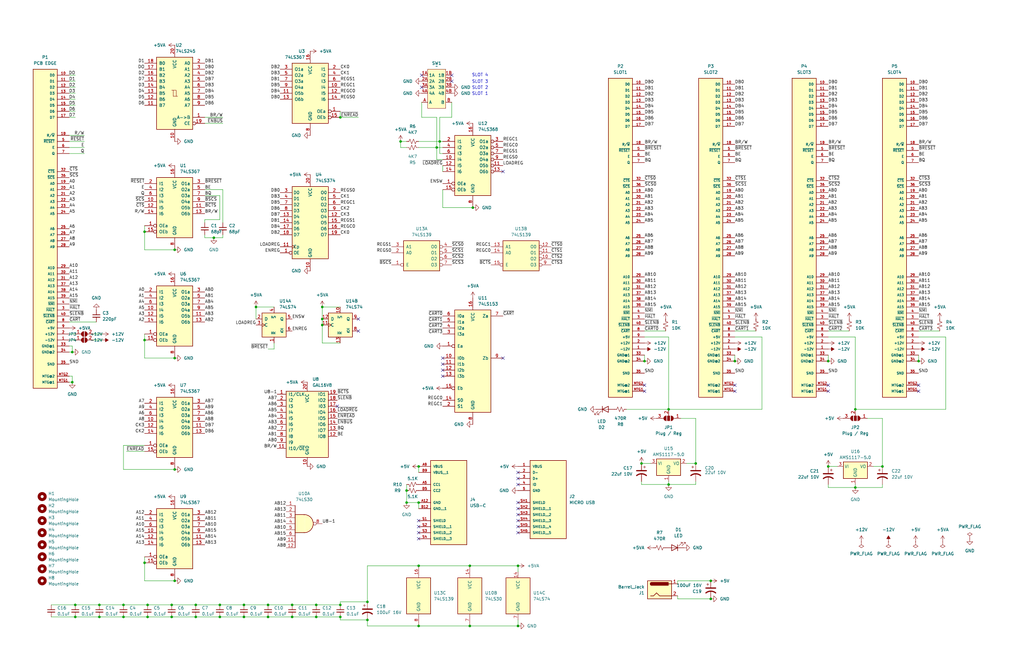
<source format=kicad_sch>
(kicad_sch (version 20231120) (generator "eeschema") (generator_version "8.0")
  (paper "B")
  (title_block (title "Coco MPI 26-3024 Lite v1.0") (date "2024-06-10") (rev "1.0") (company "Chris Tersteeg"))
  (lib_symbols
    (symbol "74xx:74LS139" (pin_names (offset 1.016))
      (property "Reference" "U" (at -7.62 8.89 0))
      (property "Value" "74LS139" (at -7.62 -8.89 0))
      (symbol "74LS139_1_0"
        (pin input inverted (at -12.7 -5.08 0) (length 5.08) (name "E") (number "1"))
        (pin input line (at -12.7 0 0) (length 5.08) (name "A0") (number "2"))
        (pin input line (at -12.7 2.54 0) (length 5.08) (name "A1") (number "3"))
        (pin output inverted (at 12.7 2.54 180) (length 5.08) (name "O0") (number "4"))
        (pin output inverted (at 12.7 0 180) (length 5.08) (name "O1") (number "5"))
        (pin output inverted (at 12.7 -2.54 180) (length 5.08) (name "O2") (number "6"))
        (pin output inverted (at 12.7 -5.08 180) (length 5.08) (name "O3") (number "7"))
      )
      (symbol "74LS139_2_0"
        (pin output inverted (at 12.7 -2.54 180) (length 5.08) (name "O2") (number "10"))
        (pin output inverted (at 12.7 0 180) (length 5.08) (name "O1") (number "11"))
        (pin output inverted (at 12.7 2.54 180) (length 5.08) (name "O0") (number "12"))
        (pin input line (at -12.7 2.54 0) (length 5.08) (name "A1") (number "13"))
        (pin input line (at -12.7 0 0) (length 5.08) (name "A0") (number "14"))
        (pin input inverted (at -12.7 -5.08 0) (length 5.08) (name "E") (number "15"))
        (pin output inverted (at 12.7 -5.08 180) (length 5.08) (name "O3") (number "9"))
      )
      (symbol "74LS139_3_0"
        (pin power_in line (at 0 12.7 270) (length 5.08) (name "VCC") (number "16"))
        (pin power_in line (at 0 -12.7 90) (length 5.08) (name "GND") (number "8"))
      )
    )
    (symbol "74xx:74LS153" (pin_names (offset 1.016))
      (property "Reference" "U" (at -7.62 21.59 0))
      (property "Value" "74LS153" (at -7.62 -24.13 0))
      (symbol "74LS153_1_0"
        (pin input inverted (at -12.7 5.08 0) (length 5.08) (name "Ea") (number "1"))
        (pin input line (at -12.7 0 0) (length 5.08) (name "I0b") (number "10"))
        (pin input line (at -12.7 -2.54 0) (length 5.08) (name "I1b") (number "11"))
        (pin input line (at -12.7 -5.08 0) (length 5.08) (name "I2b") (number "12"))
        (pin input line (at -12.7 -7.62 0) (length 5.08) (name "I3b") (number "13"))
        (pin input line (at -12.7 -17.78 0) (length 5.08) (name "S0") (number "14"))
        (pin input inverted (at -12.7 -12.7 0) (length 5.08) (name "Eb") (number "15"))
        (pin power_in line (at 0 25.4 270) (length 5.08) (name "VCC") (number "16"))
        (pin input line (at -12.7 -20.32 0) (length 5.08) (name "S1") (number "2"))
        (pin input line (at -12.7 10.16 0) (length 5.08) (name "I3a") (number "3"))
        (pin input line (at -12.7 12.7 0) (length 5.08) (name "I2a") (number "4"))
        (pin input line (at -12.7 15.24 0) (length 5.08) (name "I1a") (number "5"))
        (pin input line (at -12.7 17.78 0) (length 5.08) (name "I0a") (number "6"))
        (pin output line (at 12.7 17.78 180) (length 5.08) (name "Za") (number "7"))
        (pin power_in line (at 0 -27.94 90) (length 5.08) (name "GND") (number "8"))
        (pin output line (at 12.7 0 180) (length 5.08) (name "Zb") (number "9"))
      )
    )
    (symbol "74xx:74LS245" (pin_names (offset 1.016))
      (property "Reference" "U" (at -7.62 16.51 0))
      (property "Value" "74LS245" (at -7.62 -16.51 0))
      (symbol "74LS245_1_0"
        (pin input line (at -12.7 -10.16 0) (length 5.08) (name "A->B") (number "1"))
        (pin power_in line (at 0 -20.32 90) (length 5.08) (name "GND") (number "10"))
        (pin tri_state line (at 12.7 -5.08 180) (length 5.08) (name "B7") (number "11"))
        (pin tri_state line (at 12.7 -2.54 180) (length 5.08) (name "B6") (number "12"))
        (pin tri_state line (at 12.7 0 180) (length 5.08) (name "B5") (number "13"))
        (pin tri_state line (at 12.7 2.54 180) (length 5.08) (name "B4") (number "14"))
        (pin tri_state line (at 12.7 5.08 180) (length 5.08) (name "B3") (number "15"))
        (pin tri_state line (at 12.7 7.62 180) (length 5.08) (name "B2") (number "16"))
        (pin tri_state line (at 12.7 10.16 180) (length 5.08) (name "B1") (number "17"))
        (pin tri_state line (at 12.7 12.7 180) (length 5.08) (name "B0") (number "18"))
        (pin input inverted (at -12.7 -12.7 0) (length 5.08) (name "CE") (number "19"))
        (pin tri_state line (at -12.7 12.7 0) (length 5.08) (name "A0") (number "2"))
        (pin power_in line (at 0 20.32 270) (length 5.08) (name "VCC") (number "20"))
        (pin tri_state line (at -12.7 10.16 0) (length 5.08) (name "A1") (number "3"))
        (pin tri_state line (at -12.7 7.62 0) (length 5.08) (name "A2") (number "4"))
        (pin tri_state line (at -12.7 5.08 0) (length 5.08) (name "A3") (number "5"))
        (pin tri_state line (at -12.7 2.54 0) (length 5.08) (name "A4") (number "6"))
        (pin tri_state line (at -12.7 0 0) (length 5.08) (name "A5") (number "7"))
        (pin tri_state line (at -12.7 -2.54 0) (length 5.08) (name "A6") (number "8"))
        (pin tri_state line (at -12.7 -5.08 0) (length 5.08) (name "A7") (number "9"))
      )
    )
    (symbol "74xx:74LS30" (pin_names (offset 1.016))
      (property "Reference" "U" (at 0 1.27 0))
      (property "Value" "74LS30" (at 0 -1.27 0))
      (symbol "74LS30_1_1"
        (pin input line (at -7.62 7.62 0) (length 3.81) (name "~") (number "1"))
        (pin input line (at -7.62 -7.62 0) (length 3.81) (name "~") (number "11"))
        (pin input line (at -7.62 -10.16 0) (length 3.81) (name "~") (number "12"))
        (pin input line (at -7.62 5.08 0) (length 3.81) (name "~") (number "2"))
        (pin input line (at -7.62 2.54 0) (length 3.81) (name "~") (number "3"))
        (pin input line (at -7.62 0 0) (length 3.81) (name "~") (number "4"))
        (pin input line (at -7.62 -2.54 0) (length 3.81) (name "~") (number "5"))
        (pin input line (at -7.62 -5.08 0) (length 3.81) (name "~") (number "6"))
        (pin output inverted (at 7.62 0 180) (length 3.81) (name "~") (number "8"))
      )
      (symbol "74LS30_1_2"
        (pin input inverted (at -7.62 7.62 0) (length 3.81) (name "~") (number "1"))
        (pin input inverted (at -7.62 -7.62 0) (length 3.81) (name "~") (number "11"))
        (pin input inverted (at -7.62 -10.16 0) (length 3.81) (name "~") (number "12"))
        (pin input inverted (at -7.62 5.08 0) (length 3.81) (name "~") (number "2"))
        (pin input inverted (at -7.62 2.54 0) (length 4.5466) (name "~") (number "3"))
        (pin input inverted (at -7.62 0 0) (length 5.08) (name "~") (number "4"))
        (pin input inverted (at -7.62 -2.54 0) (length 4.5466) (name "~") (number "5"))
        (pin input inverted (at -7.62 -5.08 0) (length 3.81) (name "~") (number "6"))
        (pin output line (at 7.62 0 180) (length 3.81) (name "~") (number "8"))
      )
      (symbol "74LS30_2_0"
        (pin power_in line (at 0 12.7 270) (length 5.08) (name "VCC") (number "14"))
        (pin power_in line (at 0 -12.7 90) (length 5.08) (name "GND") (number "7"))
      )
    )
    (symbol "74xx:74LS367" (pin_names (offset 1.016))
      (property "Reference" "U" (at -7.62 13.97 0))
      (property "Value" "74LS367" (at -7.62 -13.97 0))
      (symbol "74LS367_1_0"
        (pin input inverted (at -12.7 -7.62 0) (length 5.08) (name "OEa") (number "1"))
        (pin input line (at -12.7 2.54 0) (length 5.08) (name "I4") (number "10"))
        (pin tri_state line (at 12.7 0 180) (length 5.08) (name "O5b") (number "11"))
        (pin input line (at -12.7 0 0) (length 5.08) (name "I5") (number "12"))
        (pin tri_state line (at 12.7 -2.54 180) (length 5.08) (name "O6b") (number "13"))
        (pin input line (at -12.7 -2.54 0) (length 5.08) (name "I6") (number "14"))
        (pin input inverted (at -12.7 -10.16 0) (length 5.08) (name "OEb") (number "15"))
        (pin power_in line (at 0 17.78 270) (length 5.08) (name "VCC") (number "16"))
        (pin input line (at -12.7 10.16 0) (length 5.08) (name "I1") (number "2"))
        (pin tri_state line (at 12.7 10.16 180) (length 5.08) (name "O1a") (number "3"))
        (pin input line (at -12.7 7.62 0) (length 5.08) (name "I2") (number "4"))
        (pin tri_state line (at 12.7 7.62 180) (length 5.08) (name "O2a") (number "5"))
        (pin input line (at -12.7 5.08 0) (length 5.08) (name "I3") (number "6"))
        (pin tri_state line (at 12.7 5.08 180) (length 5.08) (name "O3a") (number "7"))
        (pin power_in line (at 0 -17.78 90) (length 5.08) (name "GND") (number "8"))
        (pin tri_state line (at 12.7 2.54 180) (length 5.08) (name "O4a") (number "9"))
      )
    )
    (symbol "74xx:74LS368" (pin_names (offset 1.016))
      (property "Reference" "U" (at -7.62 13.97 0))
      (property "Value" "74LS368" (at -7.62 -13.97 0))
      (symbol "74LS368_1_0"
        (pin input inverted (at -12.7 -7.62 0) (length 5.08) (name "OEa") (number "1"))
        (pin input line (at -12.7 2.54 0) (length 5.08) (name "I4") (number "10"))
        (pin tri_state inverted (at 12.7 0 180) (length 5.08) (name "O5b") (number "11"))
        (pin input line (at -12.7 0 0) (length 5.08) (name "I5") (number "12"))
        (pin tri_state inverted (at 12.7 -2.54 180) (length 5.08) (name "O6b") (number "13"))
        (pin input line (at -12.7 -2.54 0) (length 5.08) (name "I6") (number "14"))
        (pin input inverted (at -12.7 -10.16 0) (length 5.08) (name "OEb") (number "15"))
        (pin power_in line (at 0 17.78 270) (length 5.08) (name "VCC") (number "16"))
        (pin input line (at -12.7 10.16 0) (length 5.08) (name "I1") (number "2"))
        (pin tri_state inverted (at 12.7 10.16 180) (length 5.08) (name "O1a") (number "3"))
        (pin input line (at -12.7 7.62 0) (length 5.08) (name "I2") (number "4"))
        (pin tri_state inverted (at 12.7 7.62 180) (length 5.08) (name "O2a") (number "5"))
        (pin input line (at -12.7 5.08 0) (length 5.08) (name "I3") (number "6"))
        (pin tri_state inverted (at 12.7 5.08 180) (length 5.08) (name "O3a") (number "7"))
        (pin power_in line (at 0 -17.78 90) (length 5.08) (name "GND") (number "8"))
        (pin tri_state inverted (at 12.7 2.54 180) (length 5.08) (name "O4a") (number "9"))
      )
    )
    (symbol "74xx:74LS374"
      (property "Reference" "U" (at -7.62 16.51 0))
      (property "Value" "74LS374" (at -7.62 -16.51 0))
      (symbol "74LS374_1_0"
        (pin input inverted (at -12.7 -12.7 0) (length 5.08) (name "OE") (number "1"))
        (pin power_in line (at 0 -20.32 90) (length 5.08) (name "GND") (number "10"))
        (pin input clock (at -12.7 -10.16 0) (length 5.08) (name "Cp") (number "11"))
        (pin tri_state line (at 12.7 2.54 180) (length 5.08) (name "O4") (number "12"))
        (pin input line (at -12.7 2.54 0) (length 5.08) (name "D4") (number "13"))
        (pin input line (at -12.7 0 0) (length 5.08) (name "D5") (number "14"))
        (pin tri_state line (at 12.7 0 180) (length 5.08) (name "O5") (number "15"))
        (pin tri_state line (at 12.7 -2.54 180) (length 5.08) (name "O6") (number "16"))
        (pin input line (at -12.7 -2.54 0) (length 5.08) (name "D6") (number "17"))
        (pin input line (at -12.7 -5.08 0) (length 5.08) (name "D7") (number "18"))
        (pin tri_state line (at 12.7 -5.08 180) (length 5.08) (name "O7") (number "19"))
        (pin tri_state line (at 12.7 12.7 180) (length 5.08) (name "O0") (number "2"))
        (pin power_in line (at 0 20.32 270) (length 5.08) (name "VCC") (number "20"))
        (pin input line (at -12.7 12.7 0) (length 5.08) (name "D0") (number "3"))
        (pin input line (at -12.7 10.16 0) (length 5.08) (name "D1") (number "4"))
        (pin tri_state line (at 12.7 10.16 180) (length 5.08) (name "O1") (number "5"))
        (pin tri_state line (at 12.7 7.62 180) (length 5.08) (name "O2") (number "6"))
        (pin input line (at -12.7 7.62 0) (length 5.08) (name "D2") (number "7"))
        (pin input line (at -12.7 5.08 0) (length 5.08) (name "D3") (number "8"))
        (pin tri_state line (at 12.7 5.08 180) (length 5.08) (name "O3") (number "9"))
      )
    )
    (symbol "74xx:74LS74" (pin_names (offset 1.016))
      (property "Reference" "U" (at -7.62 8.89 0))
      (property "Value" "74LS74" (at -7.62 -8.89 0))
      (symbol "74LS74_1_0"
        (pin input line (at 0 -7.62 90) (length 2.54) (name "~{R}") (number "1"))
        (pin input line (at -7.62 2.54 0) (length 2.54) (name "D") (number "2"))
        (pin input clock (at -7.62 0 0) (length 2.54) (name "C") (number "3"))
        (pin input line (at 0 7.62 270) (length 2.54) (name "~{S}") (number "4"))
        (pin output line (at 7.62 2.54 180) (length 2.54) (name "Q") (number "5"))
        (pin output line (at 7.62 -2.54 180) (length 2.54) (name "~{Q}") (number "6"))
      )
      (symbol "74LS74_2_0"
        (pin input line (at 0 7.62 270) (length 2.54) (name "~{S}") (number "10"))
        (pin input clock (at -7.62 0 0) (length 2.54) (name "C") (number "11"))
        (pin input line (at -7.62 2.54 0) (length 2.54) (name "D") (number "12"))
        (pin input line (at 0 -7.62 90) (length 2.54) (name "~{R}") (number "13"))
        (pin output line (at 7.62 -2.54 180) (length 2.54) (name "~{Q}") (number "8"))
        (pin output line (at 7.62 2.54 180) (length 2.54) (name "Q") (number "9"))
      )
      (symbol "74LS74_3_0"
        (pin power_in line (at 0 10.16 270) (length 2.54) (name "VCC") (number "14"))
        (pin power_in line (at 0 -10.16 90) (length 2.54) (name "GND") (number "7"))
      )
    )
    (symbol "Connector:Barrel_Jack" (pin_names (offset 1.016))
      (property "Reference" "J" (at 0 5.334 0))
      (property "Value" "Barrel_Jack" (at 0 -5.08 0))
      (symbol "Barrel_Jack_1_1"
        (pin passive line (at 7.62 2.54 180) (length 2.54) (name "~") (number "1"))
        (pin passive line (at 7.62 -2.54 180) (length 2.54) (name "~") (number "2"))
      )
    )
    (symbol "Device:C_Polarized_US" (pin_numbers hide) (pin_names (offset 0.254) hide)
      (property "Reference" "C" (at 0.635 2.54 0))
      (property "Value" "C_Polarized_US" (at 0.635 -2.54 0))
      (symbol "C_Polarized_US_1_1"
        (pin passive line (at 0 3.81 270) (length 2.794) (name "~") (number "1"))
        (pin passive line (at 0 -3.81 90) (length 3.302) (name "~") (number "2"))
      )
    )
    (symbol "Device:C_Small" (pin_numbers hide) (pin_names (offset 0.254) hide)
      (property "Reference" "C" (at 0.254 1.778 0))
      (property "Value" "C_Small" (at 0.254 -2.032 0))
      (symbol "C_Small_1_1"
        (pin passive line (at 0 2.54 270) (length 2.032) (name "~") (number "1"))
        (pin passive line (at 0 -2.54 90) (length 2.032) (name "~") (number "2"))
      )
    )
    (symbol "Device:LED" (pin_numbers hide) (pin_names (offset 1.016) hide)
      (property "Reference" "D" (at 0 2.54 0))
      (property "Value" "LED" (at 0 -2.54 0))
      (symbol "LED_1_1"
        (pin passive line (at -3.81 0 0) (length 2.54) (name "K") (number "1"))
        (pin passive line (at 3.81 0 180) (length 2.54) (name "A") (number "2"))
      )
    )
    (symbol "Device:R_Small_US" (pin_numbers hide) (pin_names (offset 0.254) hide)
      (property "Reference" "R" (at 0.762 0.508 0))
      (property "Value" "R_Small_US" (at 0.762 -1.016 0))
      (symbol "R_Small_US_1_1"
        (pin passive line (at 0 2.54 270) (length 1.016) (name "~") (number "1"))
        (pin passive line (at 0 -2.54 90) (length 1.016) (name "~") (number "2"))
      )
    )
    (symbol "Jumper:SolderJumper_2_Open" (pin_names (offset 0) hide)
      (property "Reference" "JP" (at 0 2.032 0))
      (property "Value" "SolderJumper_2_Open" (at 0 -2.54 0))
      (symbol "SolderJumper_2_Open_1_1"
        (pin passive line (at -3.81 0 0) (length 2.54) (name "A") (number "1"))
        (pin passive line (at 3.81 0 180) (length 2.54) (name "B") (number "2"))
      )
    )
    (symbol "Jumper:SolderJumper_3_Open" (pin_names (offset 0) hide)
      (property "Reference" "JP" (at -2.54 -2.54 0))
      (property "Value" "SolderJumper_3_Open" (at 0 2.794 0))
      (symbol "SolderJumper_3_Open_1_1"
        (pin passive line (at -5.08 0 0) (length 2.54) (name "A") (number "1"))
        (pin passive line (at 0 -3.81 90) (length 2.54) (name "C") (number "2"))
        (pin passive line (at 5.08 0 180) (length 2.54) (name "B") (number "3"))
      )
    )
    (symbol "Logic_Programmable:GAL16V8" (pin_names (offset 1.016))
      (property "Reference" "U" (at -8.89 16.51 0))
      (property "Value" "GAL16V8" (at 1.27 16.51 0))
      (symbol "GAL16V8_0_0"
        (pin power_in line (at 0 -17.78 90) (length 3.81) (name "GND") (number "10"))
        (pin power_in line (at 0 17.78 270) (length 3.81) (name "VCC") (number "20"))
      )
      (symbol "GAL16V8_1_1"
        (pin input line (at -12.7 12.7 0) (length 3.81) (name "I1/CLK") (number "1"))
        (pin input line (at -12.7 -10.16 0) (length 3.81) (name "I10/~{OE}") (number "11"))
        (pin tri_state line (at 12.7 -5.08 180) (length 3.81) (name "IO8") (number "12"))
        (pin tri_state line (at 12.7 -2.54 180) (length 3.81) (name "IO7") (number "13"))
        (pin tri_state line (at 12.7 0 180) (length 3.81) (name "IO6") (number "14"))
        (pin tri_state line (at 12.7 2.54 180) (length 3.81) (name "IO5") (number "15"))
        (pin tri_state line (at 12.7 5.08 180) (length 3.81) (name "IO4") (number "16"))
        (pin tri_state line (at 12.7 7.62 180) (length 3.81) (name "I03") (number "17"))
        (pin tri_state line (at 12.7 10.16 180) (length 3.81) (name "IO2") (number "18"))
        (pin tri_state line (at 12.7 12.7 180) (length 3.81) (name "IO1") (number "19"))
        (pin input line (at -12.7 10.16 0) (length 3.81) (name "I2") (number "2"))
        (pin input line (at -12.7 7.62 0) (length 3.81) (name "I3") (number "3"))
        (pin input line (at -12.7 5.08 0) (length 3.81) (name "I4") (number "4"))
        (pin input line (at -12.7 2.54 0) (length 3.81) (name "I5") (number "5"))
        (pin input line (at -12.7 0 0) (length 3.81) (name "I6") (number "6"))
        (pin input line (at -12.7 -2.54 0) (length 3.81) (name "I7") (number "7"))
        (pin input line (at -12.7 -5.08 0) (length 3.81) (name "I8") (number "8"))
        (pin input line (at -12.7 -7.62 0) (length 3.81) (name "I9") (number "9"))
      )
    )
    (symbol "Mechanical:MountingHole" (pin_names (offset 1.016))
      (property "Reference" "H" (at 0 5.08 0))
      (property "Value" "MountingHole" (at 0 3.175 0))
    )
    (symbol "RAHMB20AUETR:RAHMB20AUETR" (pin_names (offset 1.016))
      (property "Reference" "J" (at -7.62 10.922 0))
      (property "Value" "RAHMB20AUETR" (at -7.62 -25.4 0))
      (symbol "RAHMB20AUETR_0_0"
        (pin power_in line (at -12.7 7.62 0) (length 5.08) (name "VBUS") (number "1"))
        (pin bidirectional line (at -12.7 5.08 0) (length 5.08) (name "D-") (number "2"))
        (pin bidirectional line (at -12.7 2.54 0) (length 5.08) (name "D+") (number "3"))
        (pin bidirectional line (at -12.7 0 0) (length 5.08) (name "ID") (number "4"))
        (pin power_in line (at -12.7 -2.54 0) (length 5.08) (name "GND") (number "5"))
        (pin bidirectional line (at -12.7 -7.62 0) (length 5.08) (name "SHIELD") (number "SH1"))
        (pin bidirectional line (at -12.7 -10.16 0) (length 5.08) (name "SHIELD__1") (number "SH2"))
        (pin bidirectional line (at -12.7 -12.7 0) (length 5.08) (name "SHIELD__2") (number "SH3"))
        (pin bidirectional line (at -12.7 -15.24 0) (length 5.08) (name "SHIELD__3") (number "SH4"))
        (pin bidirectional line (at -12.7 -17.78 0) (length 5.08) (name "SHIELD__4") (number "SH5"))
        (pin bidirectional line (at -12.7 -20.32 0) (length 5.08) (name "SHIELD__5") (number "SH6"))
      )
    )
    (symbol "Regulator_Linear:AMS1117-5.0"
      (property "Reference" "U" (at -3.81 3.175 0))
      (property "Value" "AMS1117-5.0" (at 0 3.175 0))
      (symbol "AMS1117-5.0_1_1"
        (pin power_in line (at 0 -7.62 90) (length 2.54) (name "GND") (number "1"))
        (pin power_out line (at 7.62 0 180) (length 2.54) (name "VO") (number "2"))
        (pin power_in line (at -7.62 0 0) (length 2.54) (name "VI") (number "3"))
      )
    )
    (symbol "Tersteeg:COCO-CART-MULTIPAK" (pin_names (offset 1.016))
      (property "Reference" "P" (at 3.81 68.58 0))
      (property "Value" "COCO-CART-MULTIPAK" (at 0 0 0))
      (symbol "COCO-CART-MULTIPAK_0_0"
        (pin passive line (at 10.16 -46.99 180) (length 5.08) (name "-12V") (number "1"))
        (pin bidirectional line (at 10.16 64.77 180) (length 5.08) (name "D0") (number "10"))
        (pin bidirectional line (at 10.16 62.23 180) (length 5.08) (name "D1") (number "11"))
        (pin bidirectional line (at 10.16 59.69 180) (length 5.08) (name "D2") (number "12"))
        (pin bidirectional line (at 10.16 57.15 180) (length 5.08) (name "D3") (number "13"))
        (pin bidirectional line (at 10.16 54.61 180) (length 5.08) (name "D4") (number "14"))
        (pin bidirectional line (at 10.16 52.07 180) (length 5.08) (name "D5") (number "15"))
        (pin bidirectional line (at 10.16 49.53 180) (length 5.08) (name "D6") (number "16"))
        (pin bidirectional line (at 10.16 46.99 180) (length 5.08) (name "D7") (number "17"))
        (pin output line (at 10.16 39.37 180) (length 5.08) (name "R/~{W}") (number "18"))
        (pin output line (at 10.16 19.05 180) (length 5.08) (name "A0") (number "19"))
        (pin passive line (at 10.16 -44.45 180) (length 5.08) (name "+12V") (number "2"))
        (pin output line (at 10.16 16.51 180) (length 5.08) (name "A1") (number "20"))
        (pin output line (at 10.16 13.97 180) (length 5.08) (name "A2") (number "21"))
        (pin output line (at 10.16 11.43 180) (length 5.08) (name "A3") (number "22"))
        (pin output line (at 10.16 8.89 180) (length 5.08) (name "A4") (number "23"))
        (pin output line (at 10.16 6.35 180) (length 5.08) (name "A5") (number "24"))
        (pin output line (at 10.16 0 180) (length 5.08) (name "A6") (number "25"))
        (pin output line (at 10.16 -2.54 180) (length 5.08) (name "A7") (number "26"))
        (pin output line (at 10.16 -5.08 180) (length 5.08) (name "A8") (number "27"))
        (pin output line (at 10.16 -7.62 180) (length 5.08) (name "A9") (number "28"))
        (pin output line (at 10.16 -16.51 180) (length 5.08) (name "A10") (number "29"))
        (pin bidirectional line (at 10.16 -34.29 180) (length 5.08) (name "~{HALT}") (number "3"))
        (pin output line (at 10.16 -19.05 180) (length 5.08) (name "A11") (number "30"))
        (pin output line (at 10.16 -21.59 180) (length 5.08) (name "A12") (number "31"))
        (pin output line (at 10.16 24.13 180) (length 5.08) (name "~{CTS}") (number "32"))
        (pin passive line (at 10.16 -49.53 180) (length 5.08) (name "GND@1") (number "33"))
        (pin passive line (at 10.16 -52.07 180) (length 5.08) (name "GND@2") (number "34"))
        (pin bidirectional line (at 10.16 -57.15 180) (length 5.08) (name "SND") (number "35"))
        (pin output line (at 10.16 21.59 180) (length 5.08) (name "~{SCS}") (number "36"))
        (pin output line (at 10.16 -24.13 180) (length 5.08) (name "A13") (number "37"))
        (pin output line (at 10.16 -26.67 180) (length 5.08) (name "A14") (number "38"))
        (pin output line (at 10.16 -29.21 180) (length 5.08) (name "A15") (number "39"))
        (pin bidirectional line (at 10.16 -31.75 180) (length 5.08) (name "~{NMI}") (number "4"))
        (pin input line (at 10.16 -36.83 180) (length 5.08) (name "~{SLENB}") (number "40"))
        (pin bidirectional line (at 10.16 36.83 180) (length 5.08) (name "~{RESET}") (number "5"))
        (pin output line (at 10.16 34.29 180) (length 5.08) (name "E") (number "6"))
        (pin output line (at 10.16 31.75 180) (length 5.08) (name "Q") (number "7"))
        (pin input line (at 10.16 -39.37 180) (length 5.08) (name "~{CART}") (number "8"))
        (pin passive line (at 10.16 -41.91 180) (length 5.08) (name "+5V") (number "9"))
        (pin passive line (at 10.16 -64.77 180) (length 5.08) (name "MTG@1") (number "MTG1"))
        (pin passive line (at 10.16 -62.23 180) (length 5.08) (name "MTG@2") (number "MTG2"))
      )
    )
    (symbol "Tersteeg:COCO-CART-MULTIPAK-SLOT" (pin_names (offset 1.016))
      (property "Reference" "P" (at 3.81 68.58 0))
      (property "Value" "COCO-CART-MULTIPAK-SLOT" (at 0 0 0))
      (symbol "COCO-CART-MULTIPAK-SLOT_0_0"
        (pin passive line (at 10.16 -46.99 180) (length 5.08) (name "-12V") (number "1"))
        (pin bidirectional line (at 10.16 64.77 180) (length 5.08) (name "D0") (number "10"))
        (pin bidirectional line (at 10.16 62.23 180) (length 5.08) (name "D1") (number "11"))
        (pin bidirectional line (at 10.16 59.69 180) (length 5.08) (name "D2") (number "12"))
        (pin bidirectional line (at 10.16 57.15 180) (length 5.08) (name "D3") (number "13"))
        (pin bidirectional line (at 10.16 54.61 180) (length 5.08) (name "D4") (number "14"))
        (pin bidirectional line (at 10.16 52.07 180) (length 5.08) (name "D5") (number "15"))
        (pin bidirectional line (at 10.16 49.53 180) (length 5.08) (name "D6") (number "16"))
        (pin bidirectional line (at 10.16 46.99 180) (length 5.08) (name "D7") (number "17"))
        (pin passive line (at 10.16 -44.45 180) (length 5.08) (name "+12V") (number "2"))
        (pin bidirectional line (at 10.16 -34.29 180) (length 5.08) (name "~{HALT}") (number "3"))
        (pin passive line (at 10.16 -49.53 180) (length 5.08) (name "GND@1") (number "33"))
        (pin passive line (at 10.16 -52.07 180) (length 5.08) (name "GND@2") (number "34"))
        (pin bidirectional line (at 10.16 -57.15 180) (length 5.08) (name "SND") (number "35"))
        (pin bidirectional line (at 10.16 -31.75 180) (length 5.08) (name "~{NMI}") (number "4"))
        (pin bidirectional line (at 10.16 36.83 180) (length 5.08) (name "~{RESET}") (number "5"))
        (pin passive line (at 10.16 -41.91 180) (length 5.08) (name "+5V") (number "9"))
        (pin passive line (at 10.16 -64.77 180) (length 5.08) (name "MTG@1") (number "MTG1"))
        (pin passive line (at 10.16 -62.23 180) (length 5.08) (name "MTG@2") (number "MTG2"))
      )
      (symbol "COCO-CART-MULTIPAK-SLOT_1_0"
        (pin input line (at 10.16 39.37 180) (length 5.08) (name "R/~{W}") (number "18"))
        (pin input line (at 10.16 19.05 180) (length 5.08) (name "A0") (number "19"))
        (pin input line (at 10.16 16.51 180) (length 5.08) (name "A1") (number "20"))
        (pin input line (at 10.16 13.97 180) (length 5.08) (name "A2") (number "21"))
        (pin input line (at 10.16 11.43 180) (length 5.08) (name "A3") (number "22"))
        (pin input line (at 10.16 8.89 180) (length 5.08) (name "A4") (number "23"))
        (pin input line (at 10.16 6.35 180) (length 5.08) (name "A5") (number "24"))
        (pin input line (at 10.16 0 180) (length 5.08) (name "A6") (number "25"))
        (pin input line (at 10.16 -2.54 180) (length 5.08) (name "A7") (number "26"))
        (pin input line (at 10.16 -5.08 180) (length 5.08) (name "A8") (number "27"))
        (pin input line (at 10.16 -7.62 180) (length 5.08) (name "A9") (number "28"))
        (pin input line (at 10.16 -16.51 180) (length 5.08) (name "A10") (number "29"))
        (pin input line (at 10.16 -19.05 180) (length 5.08) (name "A11") (number "30"))
        (pin input line (at 10.16 -21.59 180) (length 5.08) (name "A12") (number "31"))
        (pin input line (at 10.16 24.13 180) (length 5.08) (name "~{CTS}") (number "32"))
        (pin input line (at 10.16 21.59 180) (length 5.08) (name "~{SCS}") (number "36"))
        (pin input line (at 10.16 -24.13 180) (length 5.08) (name "A13") (number "37"))
        (pin input line (at 10.16 -26.67 180) (length 5.08) (name "A14") (number "38"))
        (pin input line (at 10.16 -29.21 180) (length 5.08) (name "A15") (number "39"))
        (pin input line (at 10.16 -36.83 180) (length 5.08) (name "~{SLENB}") (number "40"))
        (pin input line (at 10.16 34.29 180) (length 5.08) (name "E") (number "6"))
        (pin input line (at 10.16 31.75 180) (length 5.08) (name "Q") (number "7"))
        (pin output line (at 10.16 -39.37 180) (length 5.08) (name "~{CART}") (number "8"))
      )
    )
    (symbol "Tersteeg:DP4T_Slide_Switch"
      (property "Reference" "SW" (at 0 0 0))
      (symbol "DP4T_Slide_Switch_1_1"
        (pin input line (at -6.35 -3.81 0) (length 2.54) (name "1A") (number "1A"))
        (pin input line (at 6.35 -3.81 180) (length 2.54) (name "1B") (number "1B"))
        (pin input line (at -6.35 -6.35 0) (length 2.54) (name "2A") (number "2A"))
        (pin input line (at 6.35 -6.35 180) (length 2.54) (name "2B") (number "2B"))
        (pin input line (at -6.35 -8.89 0) (length 2.54) (name "3A") (number "3A"))
        (pin input line (at 6.35 -8.89 180) (length 2.54) (name "3B") (number "3B"))
        (pin input line (at -6.35 -11.43 0) (length 2.54) (name "4A") (number "4A"))
        (pin input line (at 6.35 -11.43 180) (length 2.54) (name "4B") (number "4B"))
        (pin input line (at -6.35 -15.24 0) (length 2.54) (name "A") (number "A"))
        (pin input line (at 6.35 -15.24 180) (length 2.54) (name "B") (number "B"))
      )
    )
    (symbol "USB4125-GF-A_REVA2:USB4125-GF-A_REVA2" (pin_names (offset 1.016))
      (property "Reference" "J" (at -7.62 10.922 0))
      (property "Value" "USB4125-GF-A_REVA2" (at -7.62 -26.162 0))
      (symbol "USB4125-GF-A_REVA2_0_0"
        (pin power_in line (at -12.7 -7.62 0) (length 5.08) (name "GND") (number "A12"))
        (pin bidirectional line (at -12.7 0 0) (length 5.08) (name "CC1") (number "A5"))
        (pin power_in line (at -12.7 7.62 0) (length 5.08) (name "VBUS") (number "A9"))
        (pin power_in line (at -12.7 -10.16 0) (length 5.08) (name "GND__1") (number "B12"))
        (pin bidirectional line (at -12.7 -2.54 0) (length 5.08) (name "CC2") (number "B5"))
        (pin power_in line (at -12.7 5.08 0) (length 5.08) (name "VBUS__1") (number "B9"))
        (pin passive line (at -12.7 -15.24 0) (length 5.08) (name "SHIELD") (number "S1"))
        (pin passive line (at -12.7 -17.78 0) (length 5.08) (name "SHIELD__1") (number "S2"))
        (pin passive line (at -12.7 -20.32 0) (length 5.08) (name "SHIELD__2") (number "S3"))
        (pin passive line (at -12.7 -22.86 0) (length 5.08) (name "SHIELD__3") (number "S4"))
      )
    )
    (symbol "power:+12V" (power) (pin_numbers hide) (pin_names (offset 0) hide)
      (property "Value" "+12V" (at 0 3.556 0))
      (symbol "+12V_1_1"
        (pin power_in line (at 0 0 90) (length 0) (name "~") (number "1"))
      )
    )
    (symbol "power:+5V" (power) (pin_numbers hide) (pin_names (offset 0) hide)
      (property "Value" "+5V" (at 0 3.556 0))
      (symbol "+5V_1_1"
        (pin power_in line (at 0 0 90) (length 0) (name "~") (number "1"))
      )
    )
    (symbol "power:+5VA" (power) (pin_numbers hide) (pin_names (offset 0) hide)
      (property "Value" "+5VA" (at 0 3.556 0))
      (symbol "+5VA_1_1"
        (pin power_in line (at 0 0 90) (length 0) (name "~") (number "1"))
      )
    )
    (symbol "power:-12V" (power) (pin_numbers hide) (pin_names (offset 0) hide)
      (property "Value" "-12V" (at 0 3.556 0))
      (symbol "-12V_0_0"
        (pin power_in line (at 0 0 90) (length 0) (name "~") (number "1"))
      )
    )
    (symbol "power:GND" (power) (pin_numbers hide) (pin_names (offset 0) hide)
      (property "Value" "GND" (at 0 -3.81 0))
      (symbol "GND_1_1"
        (pin power_in line (at 0 0 270) (length 0) (name "~") (number "1"))
      )
    )
    (symbol "power:PWR_FLAG" (power) (pin_numbers hide) (pin_names (offset 0) hide)
      (property "Value" "PWR_FLAG" (at 0 3.81 0))
      (symbol "PWR_FLAG_0_0"
        (pin power_out line (at 0 0 90) (length 0) (name "~") (number "1"))
      )
    )
  )
  (junction (at 135.89 134.62))
  (junction (at 52.07 260.35))
  (junction (at 185.42 59.69))
  (junction (at 135.89 129.54))
  (junction (at 372.11 196.85))
  (junction (at 198.12 238.76))
  (junction (at 309.88 152.4))
  (junction (at 168.91 59.69))
  (junction (at 176.53 212.09))
  (junction (at 73.66 105.41))
  (junction (at 30.48 148.59))
  (junction (at 171.45 207.01))
  (junction (at 270.51 195.58))
  (junction (at 133.35 260.35))
  (junction (at 176.53 238.76))
  (junction (at 184.15 62.23))
  (junction (at 360.68 205.74))
  (junction (at 113.03 255.27))
  (junction (at 271.78 152.4))
  (junction (at 102.87 255.27))
  (junction (at 143.51 49.53))
  (junction (at 293.37 195.58))
  (junction (at 123.19 260.35))
  (junction (at 72.39 255.27))
  (junction (at 102.87 260.35))
  (junction (at 154.94 254))
  (junction (at 123.19 255.27))
  (junction (at 30.48 161.29))
  (junction (at 82.55 255.27))
  (junction (at 31.75 260.35))
  (junction (at 113.03 260.35))
  (junction (at 52.07 255.27))
  (junction (at 133.35 255.27))
  (junction (at 60.96 237.49))
  (junction (at 73.66 151.13))
  (junction (at 62.23 255.27))
  (junction (at 135.89 137.16))
  (junction (at 73.66 198.12))
  (junction (at 82.55 260.35))
  (junction (at 176.53 196.85))
  (junction (at 92.71 255.27))
  (junction (at 349.25 196.85))
  (junction (at 31.75 255.27))
  (junction (at 176.53 264.16))
  (junction (at 143.51 260.35))
  (junction (at 92.71 260.35))
  (junction (at 349.25 152.4))
  (junction (at 199.39 87.63))
  (junction (at 387.35 152.4))
  (junction (at 41.91 255.27))
  (junction (at 72.39 260.35))
  (junction (at 90.17 100.33))
  (junction (at 107.95 129.54))
  (junction (at 299.72 252.73))
  (junction (at 60.96 143.51))
  (junction (at 154.94 261.62))
  (junction (at 73.66 245.11))
  (junction (at 171.45 212.09))
  (junction (at 198.12 264.16))
  (junction (at 281.94 204.47))
  (junction (at 143.51 255.27))
  (junction (at 218.44 238.76))
  (junction (at 62.23 260.35))
  (junction (at 281.94 172.72))
  (junction (at 299.72 245.11))
  (junction (at 360.68 172.72))
  (junction (at 41.91 260.35))
  (junction (at 218.44 264.16))
  (junction (at 60.96 97.79))
  (no_connect (at 218.44 222.25))
  (no_connect (at 218.44 224.79))
  (no_connect (at 212.09 72.39))
  (no_connect (at 218.44 217.17))
  (no_connect (at 176.53 222.25))
  (no_connect (at 218.44 214.63))
  (no_connect (at 218.44 212.09))
  (no_connect (at 186.69 153.67))
  (no_connect (at 218.44 199.39))
  (no_connect (at 271.78 165.1))
  (no_connect (at 387.35 162.56))
  (no_connect (at 190.5 31.75))
  (no_connect (at 186.69 151.13))
  (no_connect (at 218.44 201.93))
  (no_connect (at 176.53 219.71))
  (no_connect (at 271.78 162.56))
  (no_connect (at 177.8 31.75))
  (no_connect (at 387.35 165.1))
  (no_connect (at 349.25 165.1))
  (no_connect (at 309.88 162.56))
  (no_connect (at 151.13 134.62))
  (no_connect (at 176.53 224.79))
  (no_connect (at 218.44 219.71))
  (no_connect (at 186.69 156.21))
  (no_connect (at 142.24 171.45))
  (no_connect (at 176.53 227.33))
  (no_connect (at 177.8 36.83))
  (no_connect (at 212.09 151.13))
  (no_connect (at 349.25 162.56))
  (no_connect (at 151.13 139.7))
  (no_connect (at 186.69 158.75))
  (no_connect (at 190.5 34.29))
  (no_connect (at 218.44 204.47))
  (no_connect (at 309.88 165.1))
  (wire (pts (xy 135.89 134.62) (xy 135.89 129.54)))
  (wire (pts (xy 35.56 57.15) (xy 29.21 57.15)))
  (wire (pts (xy 35.56 64.77) (xy 29.21 64.77)))
  (wire (pts (xy 281.94 203.2) (xy 281.94 204.47)))
  (wire (pts (xy 321.31 142.24) (xy 321.31 172.72)))
  (wire (pts (xy 123.19 255.27) (xy 133.35 255.27)))
  (wire (pts (xy 177.8 49.53) (xy 184.15 49.53)))
  (wire (pts (xy 270.51 195.58) (xy 274.32 195.58)))
  (wire (pts (xy 349.25 196.85) (xy 353.06 196.85)))
  (wire (pts (xy 154.94 238.76) (xy 154.94 254)))
  (wire (pts (xy 133.35 255.27) (xy 143.51 255.27)))
  (wire (pts (xy 143.51 144.78) (xy 135.89 144.78)))
  (wire (pts (xy 271.78 142.24) (xy 281.94 142.24)))
  (wire (pts (xy 168.91 62.23) (xy 168.91 59.69)))
  (wire (pts (xy 186.69 69.85) (xy 186.69 72.39)))
  (wire (pts (xy 360.68 142.24) (xy 360.68 172.72)))
  (wire (pts (xy 113.03 260.35) (xy 123.19 260.35)))
  (wire (pts (xy 62.23 260.35) (xy 72.39 260.35)))
  (wire (pts (xy 107.95 129.54) (xy 115.57 129.54)))
  (wire (pts (xy 31.75 31.75) (xy 29.21 31.75)))
  (wire (pts (xy 360.68 204.47) (xy 360.68 205.74)))
  (wire (pts (xy 218.44 238.76) (xy 198.12 238.76)))
  (wire (pts (xy 52.07 260.35) (xy 62.23 260.35)))
  (wire (pts (xy 135.89 129.54) (xy 143.51 129.54)))
  (wire (pts (xy 271.78 149.86) (xy 271.78 152.4)))
  (wire (pts (xy 62.23 255.27) (xy 72.39 255.27)))
  (wire (pts (xy 86.36 82.55) (xy 92.71 82.55)))
  (wire (pts (xy 29.21 158.75) (xy 30.48 158.75)))
  (wire (pts (xy 186.69 87.63) (xy 199.39 87.63)))
  (wire (pts (xy 93.98 100.33) (xy 90.17 100.33)))
  (wire (pts (xy 39.37 140.97) (xy 43.18 140.97)))
  (wire (pts (xy 285.75 251.46) (xy 285.75 252.73)))
  (wire (pts (xy 41.91 260.35) (xy 52.07 260.35)))
  (wire (pts (xy 102.87 255.27) (xy 113.03 255.27)))
  (wire (pts (xy 60.96 234.95) (xy 60.96 237.49)))
  (wire (pts (xy 190.5 49.53) (xy 185.42 49.53)))
  (wire (pts (xy 52.07 187.96) (xy 52.07 198.12)))
  (wire (pts (xy 372.11 204.47) (xy 372.11 205.74)))
  (wire (pts (xy 372.11 176.53) (xy 372.11 196.85)))
  (wire (pts (xy 31.75 49.53) (xy 29.21 49.53)))
  (wire (pts (xy 184.15 49.53) (xy 184.15 62.23)))
  (wire (pts (xy 30.48 158.75) (xy 30.48 161.29)))
  (wire (pts (xy 289.56 195.58) (xy 293.37 195.58)))
  (wire (pts (xy 92.71 255.27) (xy 102.87 255.27)))
  (wire (pts (xy 349.25 139.7) (xy 358.14 139.7)))
  (wire (pts (xy 39.37 143.51) (xy 43.18 143.51)))
  (wire (pts (xy 60.96 105.41) (xy 73.66 105.41)))
  (wire (pts (xy 143.51 46.99) (xy 143.51 49.53)))
  (wire (pts (xy 86.36 80.01) (xy 93.98 80.01)))
  (wire (pts (xy 60.96 140.97) (xy 60.96 143.51)))
  (wire (pts (xy 387.35 149.86) (xy 387.35 152.4)))
  (wire (pts (xy 184.15 67.31) (xy 184.15 62.23)))
  (wire (pts (xy 31.75 36.83) (xy 29.21 36.83)))
  (wire (pts (xy 52.07 255.27) (xy 62.23 255.27)))
  (wire (pts (xy 387.35 142.24) (xy 398.78 142.24)))
  (wire (pts (xy 31.75 140.97) (xy 29.21 140.97)))
  (wire (pts (xy 349.25 204.47) (xy 349.25 205.74)))
  (wire (pts (xy 86.36 92.71) (xy 86.36 93.98)))
  (wire (pts (xy 176.53 62.23) (xy 184.15 62.23)))
  (wire (pts (xy 287.02 176.53) (xy 293.37 176.53)))
  (wire (pts (xy 143.51 261.62) (xy 154.94 261.62)))
  (wire (pts (xy 31.75 46.99) (xy 29.21 46.99)))
  (wire (pts (xy 176.53 212.09) (xy 171.45 212.09)))
  (wire (pts (xy 92.71 92.71) (xy 86.36 92.71)))
  (wire (pts (xy 60.96 237.49) (xy 60.96 245.11)))
  (wire (pts (xy 92.71 260.35) (xy 102.87 260.35)))
  (wire (pts (xy 387.35 139.7) (xy 396.24 139.7)))
  (wire (pts (xy 285.75 246.38) (xy 285.75 245.11)))
  (wire (pts (xy 398.78 142.24) (xy 398.78 172.72)))
  (wire (pts (xy 86.36 100.33) (xy 90.17 100.33)))
  (wire (pts (xy 270.51 204.47) (xy 281.94 204.47)))
  (wire (pts (xy 72.39 255.27) (xy 82.55 255.27)))
  (wire (pts (xy 21.59 255.27) (xy 31.75 255.27)))
  (wire (pts (xy 349.25 149.86) (xy 349.25 152.4)))
  (wire (pts (xy 35.56 59.69) (xy 29.21 59.69)))
  (wire (pts (xy 176.53 59.69) (xy 185.42 59.69)))
  (wire (pts (xy 398.78 172.72) (xy 360.68 172.72)))
  (wire (pts (xy 107.95 129.54) (xy 107.95 134.62)))
  (wire (pts (xy 285.75 245.11) (xy 299.72 245.11)))
  (wire (pts (xy 31.75 39.37) (xy 29.21 39.37)))
  (wire (pts (xy 176.53 238.76) (xy 154.94 238.76)))
  (wire (pts (xy 143.51 49.53) (xy 151.13 49.53)))
  (wire (pts (xy 31.75 34.29) (xy 29.21 34.29)))
  (wire (pts (xy 143.51 260.35) (xy 143.51 261.62)))
  (wire (pts (xy 135.89 144.78) (xy 135.89 137.16)))
  (wire (pts (xy 93.98 49.53) (xy 86.36 49.53)))
  (wire (pts (xy 52.07 198.12) (xy 73.66 198.12)))
  (wire (pts (xy 60.96 97.79) (xy 60.96 105.41)))
  (wire (pts (xy 186.69 80.01) (xy 186.69 87.63)))
  (wire (pts (xy 60.96 187.96) (xy 52.07 187.96)))
  (wire (pts (xy 92.71 82.55) (xy 92.71 92.71)))
  (wire (pts (xy 176.53 212.09) (xy 176.53 214.63)))
  (wire (pts (xy 21.59 260.35) (xy 31.75 260.35)))
  (wire (pts (xy 171.45 207.01) (xy 171.45 212.09)))
  (wire (pts (xy 31.75 255.27) (xy 41.91 255.27)))
  (wire (pts (xy 281.94 142.24) (xy 281.94 172.72)))
  (wire (pts (xy 218.44 264.16) (xy 218.44 261.62)))
  (wire (pts (xy 171.45 204.47) (xy 171.45 207.01)))
  (wire (pts (xy 177.8 43.18) (xy 177.8 49.53)))
  (wire (pts (xy 360.68 205.74) (xy 372.11 205.74)))
  (wire (pts (xy 29.21 161.29) (xy 30.48 161.29)))
  (wire (pts (xy 368.3 196.85) (xy 372.11 196.85)))
  (wire (pts (xy 133.35 260.35) (xy 143.51 260.35)))
  (wire (pts (xy 93.98 99.06) (xy 93.98 100.33)))
  (wire (pts (xy 86.36 99.06) (xy 86.36 100.33)))
  (wire (pts (xy 281.94 204.47) (xy 293.37 204.47)))
  (wire (pts (xy 41.91 255.27) (xy 52.07 255.27)))
  (wire (pts (xy 30.48 148.59) (xy 29.21 148.59)))
  (wire (pts (xy 309.88 149.86) (xy 309.88 152.4)))
  (wire (pts (xy 171.45 62.23) (xy 168.91 62.23)))
  (wire (pts (xy 185.42 59.69) (xy 185.42 64.77)))
  (wire (pts (xy 349.25 142.24) (xy 360.68 142.24)))
  (wire (pts (xy 35.56 62.23) (xy 29.21 62.23)))
  (wire (pts (xy 60.96 245.11) (xy 73.66 245.11)))
  (wire (pts (xy 186.69 67.31) (xy 184.15 67.31)))
  (wire (pts (xy 293.37 203.2) (xy 293.37 204.47)))
  (wire (pts (xy 293.37 176.53) (xy 293.37 195.58)))
  (wire (pts (xy 184.15 62.23) (xy 186.69 62.23)))
  (wire (pts (xy 82.55 255.27) (xy 92.71 255.27)))
  (wire (pts (xy 31.75 143.51) (xy 29.21 143.51)))
  (wire (pts (xy 154.94 264.16) (xy 154.94 261.62)))
  (wire (pts (xy 168.91 59.69) (xy 171.45 59.69)))
  (wire (pts (xy 29.21 135.89) (xy 40.64 135.89)))
  (wire (pts (xy 176.53 238.76) (xy 198.12 238.76)))
  (wire (pts (xy 115.57 144.78) (xy 115.57 147.32)))
  (wire (pts (xy 285.75 252.73) (xy 299.72 252.73)))
  (wire (pts (xy 176.53 264.16) (xy 198.12 264.16)))
  (wire (pts (xy 30.48 146.05) (xy 30.48 148.59)))
  (wire (pts (xy 309.88 139.7) (xy 318.77 139.7)))
  (wire (pts (xy 143.51 254) (xy 143.51 255.27)))
  (wire (pts (xy 135.89 137.16) (xy 135.89 134.62)))
  (wire (pts (xy 115.57 147.32) (xy 113.03 147.32)))
  (wire (pts (xy 186.69 59.69) (xy 185.42 59.69)))
  (wire (pts (xy 123.19 260.35) (xy 133.35 260.35)))
  (wire (pts (xy 271.78 139.7) (xy 280.67 139.7)))
  (wire (pts (xy 185.42 64.77) (xy 186.69 64.77)))
  (wire (pts (xy 31.75 44.45) (xy 29.21 44.45)))
  (wire (pts (xy 60.96 151.13) (xy 73.66 151.13)))
  (wire (pts (xy 218.44 241.3) (xy 218.44 238.76)))
  (wire (pts (xy 198.12 264.16) (xy 218.44 264.16)))
  (wire (pts (xy 190.5 43.18) (xy 190.5 49.53)))
  (wire (pts (xy 321.31 172.72) (xy 281.94 172.72)))
  (wire (pts (xy 31.75 41.91) (xy 29.21 41.91)))
  (wire (pts (xy 31.75 260.35) (xy 41.91 260.35)))
  (wire (pts (xy 30.48 146.05) (xy 29.21 146.05)))
  (wire (pts (xy 60.96 95.25) (xy 60.96 97.79)))
  (wire (pts (xy 349.25 205.74) (xy 360.68 205.74)))
  (wire (pts (xy 264.16 172.72) (xy 281.94 172.72)))
  (wire (pts (xy 60.96 143.51) (xy 60.96 151.13)))
  (wire (pts (xy 185.42 49.53) (xy 185.42 59.69)))
  (wire (pts (xy 93.98 80.01) (xy 93.98 93.98)))
  (wire (pts (xy 154.94 254) (xy 143.51 254)))
  (wire (pts (xy 309.88 142.24) (xy 321.31 142.24)))
  (wire (pts (xy 270.51 203.2) (xy 270.51 204.47)))
  (wire (pts (xy 102.87 260.35) (xy 113.03 260.35)))
  (wire (pts (xy 82.55 260.35) (xy 92.71 260.35)))
  (wire (pts (xy 365.76 176.53) (xy 372.11 176.53)))
  (wire (pts (xy 53.34 190.5) (xy 60.96 190.5)))
  (wire (pts (xy 113.03 255.27) (xy 123.19 255.27)))
  (wire (pts (xy 93.98 52.07) (xy 86.36 52.07)))
  (wire (pts (xy 72.39 260.35) (xy 82.55 260.35)))
  (wire (pts (xy 176.53 264.16) (xy 154.94 264.16)))
  (wire (pts (xy 176.53 196.85) (xy 176.53 199.39)))
  (text "SLOT 3" (at 202.438 34.544 0) (effects (font (size 1.27 1.27))))
  (text "SLOT 4" (at 202.438 31.75 0) (effects (font (size 1.27 1.27))))
  (text "SLOT 2" (at 202.438 37.084 0) (effects (font (size 1.27 1.27))))
  (text "SLOT 1" (at 202.438 39.624 0) (effects (font (size 1.27 1.27))))
  (label "R{slash}W" (at 60.96 90.17 180))
  (label "~{BRESET}" (at 349.25 63.5 0))
  (label "~{RESET}" (at 60.96 77.47 180))
  (label "DB5" (at 118.11 86.36 180))
  (label "DB3" (at 309.88 43.18 0))
  (label "~{CTS}" (at 60.96 87.63 180))
  (label "~{BRESET}" (at 86.36 77.47 0))
  (label "~{BRESET}" (at 387.35 63.5 0))
  (label "~{NMI}" (at 271.78 132.08 0))
  (label "D6" (at 60.96 44.45 180))
  (label "AB5" (at 271.78 93.98 0))
  (label "AB15" (at 349.25 129.54 0))
  (label "SND" (at 387.35 157.48 0))
  (label "DB0" (at 118.11 81.28 180))
  (label "E" (at 60.96 80.01 180))
  (label "~{ENREAD}" (at 53.34 190.5 0))
  (label "~{CTS2}" (at 232.41 109.22 0))
  (label "AB14" (at 120.65 220.98 180))
  (label "BQ" (at 309.88 68.58 0))
  (label "AB10" (at 349.25 116.84 0))
  (label "~{SCS}" (at 60.96 85.09 180))
  (label "DB0" (at 118.11 41.91 180))
  (label "DB5" (at 387.35 48.26 0))
  (label "AB3" (at 387.35 88.9 0))
  (label "DB3" (at 349.25 43.18 0))
  (label "~{SCS2}" (at 349.25 78.74 0))
  (label "AB14" (at 349.25 127 0))
  (label "DB4" (at 271.78 45.72 0))
  (label "ENREG" (at 123.19 139.7 0))
  (label "~{ENBUS}" (at 93.98 52.07 180))
  (label "AB6" (at 349.25 100.33 0))
  (label "AB15" (at 86.36 224.79 0))
  (label "R{slash}W" (at 35.56 57.15 180))
  (label "AB3" (at 116.84 179.07 180))
  (label "A3" (at 29.21 85.09 0))
  (label "D4" (at 60.96 39.37 180))
  (label "~{CART2}" (at 186.69 138.43 180))
  (label "A13" (at 60.96 229.87 180))
  (label "AB12" (at 271.78 121.92 0))
  (label "DB4" (at 118.11 39.37 180))
  (label "REGS1" (at 212.09 64.77 0))
  (label "REGS0" (at 212.09 67.31 0))
  (label "AB13" (at 86.36 229.87 0))
  (label "DB7" (at 118.11 91.44 180))
  (label "BQ" (at 387.35 68.58 0))
  (label "DB3" (at 118.11 31.75 180))
  (label "DB1" (at 309.88 38.1 0))
  (label "~{LOADREG}" (at 186.69 69.85 180))
  (label "~{CTS1}" (at 232.41 106.68 0))
  (label "DB1" (at 86.36 26.67 0))
  (label "A6" (at 60.96 175.26 180))
  (label "A11" (at 60.96 219.71 180))
  (label "AB0" (at 309.88 81.28 0))
  (label "DB6" (at 387.35 50.8 0))
  (label "DB6" (at 309.88 50.8 0))
  (label "AB1" (at 387.35 83.82 0))
  (label "~{HALT}" (at 271.78 134.62 0))
  (label "E" (at 35.56 62.23 180))
  (label "~{HALT}" (at 387.35 134.62 0))
  (label "AB1" (at 271.78 83.82 0))
  (label "~{HALT}" (at 29.21 130.81 0))
  (label "~{CTS1}" (at 309.88 76.2 0))
  (label "ENSW" (at 123.19 134.62 0))
  (label "BE" (at 86.36 80.01 0))
  (label "DB1" (at 271.78 38.1 0))
  (label "A5" (at 29.21 90.17 0))
  (label "AB6" (at 309.88 100.33 0))
  (label "BR{slash}W" (at 387.35 60.96 0))
  (label "~{ENBUS}" (at 142.24 179.07 0))
  (label "A4" (at 60.96 128.27 180))
  (label "AB15" (at 271.78 129.54 0))
  (label "BR{slash}W" (at 116.84 189.23 180))
  (label "D2" (at 31.75 36.83 180))
  (label "AB5" (at 387.35 93.98 0))
  (label "CK3" (at 143.51 91.44 0))
  (label "AB7" (at 116.84 168.91 180))
  (label "AB10" (at 309.88 116.84 0))
  (label "CK2" (at 60.96 182.88 180))
  (label "BE" (at 142.24 184.15 0))
  (label "LOADREG" (at 118.11 104.14 180))
  (label "~{HALT}" (at 309.88 134.62 0))
  (label "~{SLENB}" (at 29.21 133.35 0))
  (label "REGS1" (at 165.1 104.14 180))
  (label "AB4" (at 116.84 176.53 180))
  (label "~{LOADREG}" (at 142.24 173.99 0))
  (label "AB14" (at 309.88 127 0))
  (label "DB4" (at 309.88 45.72 0))
  (label "LOADREG" (at 107.95 137.16 180))
  (label "DB0" (at 86.36 29.21 0))
  (label "ENSW" (at 186.69 77.47 180))
  (label "D5" (at 60.96 41.91 180))
  (label "AB2" (at 271.78 86.36 0))
  (label "U8-1" (at 135.89 220.98 0))
  (label "A7" (at 29.21 99.06 0))
  (label "DB6" (at 118.11 88.9 180))
  (label "AB4" (at 387.35 91.44 0))
  (label "AB9" (at 86.36 172.72 0))
  (label "~{CART}" (at 29.21 135.89 0))
  (label "~{BRESET}" (at 113.03 147.32 180))
  (label "BE" (at 349.25 66.04 0))
  (label "D2" (at 60.96 31.75 180))
  (label "CK2" (at 143.51 88.9 0))
  (label "DB2" (at 309.88 40.64 0))
  (label "Q" (at 60.96 82.55 180))
  (label "DB3" (at 86.36 36.83 0))
  (label "~{NMI}" (at 387.35 132.08 0))
  (label "AB3" (at 86.36 133.35 0))
  (label "A14" (at 29.21 123.19 0))
  (label "AB14" (at 86.36 227.33 0))
  (label "REGC0" (at 143.51 96.52 0))
  (label "AB13" (at 120.65 215.9 180))
  (label "REGC0" (at 186.69 168.91 180))
  (label "AB0" (at 271.78 81.28 0))
  (label "D1" (at 31.75 34.29 180))
  (label "AB2" (at 86.36 135.89 0))
  (label "AB1" (at 309.88 83.82 0))
  (label "DB2" (at 86.36 31.75 0))
  (label "AB3" (at 349.25 88.9 0))
  (label "A10" (at 29.21 113.03 0))
  (label "CK0" (at 143.51 99.06 0))
  (label "A15" (at 29.21 125.73 0))
  (label "A15" (at 60.96 224.79 180))
  (label "BR{slash}W" (at 93.98 49.53 180))
  (label "AB15" (at 309.88 129.54 0))
  (label "~{BCTS}" (at 86.36 87.63 0))
  (label "A12" (at 60.96 217.17 180))
  (label "DB5" (at 271.78 48.26 0))
  (label "AB14" (at 271.78 127 0))
  (label "AB12" (at 120.65 213.36 180))
  (label "DB5" (at 86.36 41.91 0))
  (label "AB8" (at 387.35 105.41 0))
  (label "DB5" (at 349.25 48.26 0))
  (label "AB11" (at 349.25 119.38 0))
  (label "DB7" (at 349.25 53.34 0))
  (label "DB5" (at 309.88 48.26 0))
  (label "A4" (at 29.21 87.63 0))
  (label "AB12" (at 309.88 121.92 0))
  (label "Q" (at 35.56 64.77 180))
  (label "A11" (at 29.21 115.57 0))
  (label "~{SLENB}" (at 349.25 137.16 0))
  (label "DB1" (at 387.35 38.1 0))
  (label "BE" (at 309.88 66.04 0))
  (label "SND" (at 29.21 153.67 0))
  (label "D3" (at 31.75 39.37 180))
  (label "SND" (at 349.25 157.48 0))
  (label "~{ENREAD}" (at 151.13 49.53 180))
  (label "REGC1" (at 143.51 36.83 0))
  (label "~{CART0}" (at 186.69 133.35 180))
  (label "DO" (at 31.75 31.75 180))
  (label "AB4" (at 86.36 128.27 0))
  (label "BQ" (at 86.36 82.55 0))
  (label "AB2" (at 116.84 181.61 180))
  (label "D7" (at 31.75 49.53 180))
  (label "DB7" (at 309.88 53.34 0))
  (label "~{NMI}" (at 29.21 128.27 0))
  (label "A9" (at 29.21 104.14 0))
  (label "~{BCTS}" (at 207.01 111.76 180))
  (label "~{RESET}" (at 35.56 59.69 180))
  (label "~{CTS0}" (at 271.78 76.2 0))
  (label "AB5" (at 116.84 173.99 180))
  (label "AB0" (at 116.84 186.69 180))
  (label "AB5" (at 349.25 93.98 0))
  (label "REGC1" (at 207.01 104.14 180))
  (label "DB2" (at 349.25 40.64 0))
  (label "CK0" (at 143.51 29.21 0))
  (label "D3" (at 60.96 36.83 180))
  (label "AB9" (at 309.88 107.95 0))
  (label "DB0" (at 309.88 35.56 0))
  (label "AB12" (at 349.25 121.92 0))
  (label "~{SCS0}" (at 190.5 104.14 0))
  (label "AB8" (at 309.88 105.41 0))
  (label "BQ" (at 142.24 181.61 0))
  (label "AB13" (at 349.25 124.46 0))
  (label "AB6" (at 116.84 171.45 180))
  (label "~{CART3}" (at 186.69 140.97 180))
  (label "DB4" (at 118.11 96.52 180))
  (label "~{CART1}" (at 186.69 135.89 180))
  (label "~{HALT}" (at 349.25 134.62 0))
  (label "AB7" (at 86.36 170.18 0))
  (label "~{BCTS}" (at 142.24 166.37 0))
  (label "AB1" (at 349.25 83.82 0))
  (label "A5" (at 60.96 130.81 180))
  (label "DB1" (at 118.11 93.98 180))
  (label "A10" (at 60.96 222.25 180))
  (label "AB7" (at 309.88 102.87 0))
  (label "DB4" (at 86.36 39.37 0))
  (label "A8" (at 60.96 177.8 180))
  (label "AB9" (at 387.35 107.95 0))
  (label "BQ" (at 349.25 68.58 0))
  (label "AB6" (at 387.35 100.33 0))
  (label "AB7" (at 387.35 102.87 0))
  (label "D5" (at 31.75 44.45 180))
  (label "DO" (at 60.96 29.21 180))
  (label "AB11" (at 86.36 219.71 0))
  (label "AB4" (at 349.25 91.44 0))
  (label "A0" (at 29.21 77.47 0))
  (label "AB10" (at 120.65 223.52 180))
  (label "REGC0" (at 207.01 106.68 180))
  (label "BR{slash}W" (at 271.78 60.96 0))
  (label "~{SLENB}" (at 142.24 168.91 0))
  (label "REGS0" (at 165.1 106.68 180))
  (label "REGS0" (at 143.51 81.28 0))
  (label "BR{slash}W" (at 86.36 90.17 0))
  (label "DB3" (at 387.35 43.18 0))
  (label "AB2" (at 309.88 86.36 0))
  (label "AB13" (at 309.88 124.46 0))
  (label "BE" (at 271.78 66.04 0))
  (label "BR{slash}W" (at 309.88 60.96 0))
  (label "~{NMI}" (at 349.25 132.08 0))
  (label "REGS0" (at 143.51 41.91 0))
  (label "~{SLENB}" (at 309.88 137.16 0))
  (label "AB4" (at 309.88 91.44 0))
  (label "AB3" (at 309.88 88.9 0))
  (label "~{ENREAD}" (at 142.24 176.53 0))
  (label "REGS1" (at 143.51 34.29 0))
  (label "DB4" (at 387.35 45.72 0))
  (label "DB7" (at 387.35 53.34 0))
  (label "AB1" (at 116.84 184.15 180))
  (label "A0" (at 60.96 123.19 180))
  (label "DB7" (at 86.36 34.29 0))
  (label "A7" (at 60.96 170.18 180))
  (label "AB15" (at 387.35 129.54 0))
  (label "~{NMI}" (at 309.88 132.08 0))
  (label "~{CTS3}" (at 387.35 76.2 0))
  (label "AB9" (at 349.25 107.95 0))
  (label "DB7" (at 271.78 53.34 0))
  (label "BE" (at 387.35 66.04 0))
  (label "U8-1" (at 116.84 166.37 180))
  (label "AB8" (at 120.65 231.14 180))
  (label "AB14" (at 387.35 127 0))
  (label "ENREG" (at 118.11 106.68 180))
  (label "DB6" (at 86.36 44.45 0))
  (label "~{BRESET}" (at 309.88 63.5 0))
  (label "D1" (at 60.96 26.67 180))
  (label "~{CTS2}" (at 349.25 76.2 0))
  (label "A12" (at 29.21 118.11 0))
  (label "AB8" (at 349.25 105.41 0))
  (label "A8" (at 29.21 101.6 0))
  (label "AB12" (at 387.35 121.92 0))
  (label "A6" (at 29.21 96.52 0))
  (label "AB8" (at 86.36 177.8 0))
  (label "DB5" (at 118.11 36.83 180))
  (label "AB11" (at 387.35 119.38 0))
  (label "REGC0" (at 143.51 39.37 0))
  (label "AB2" (at 349.25 86.36 0))
  (label "~{SCS2}" (at 190.5 109.22 0))
  (label "DB0" (at 387.35 35.56 0))
  (label "DB1" (at 349.25 38.1 0))
  (label "A14" (at 60.96 227.33 180))
  (label "DB3" (at 271.78 43.18 0))
  (label "~{CART}" (at 212.09 133.35 0))
  (label "~{SCS}" (at 29.21 74.93 0))
  (label "AB8" (at 271.78 105.41 0))
  (label "AB1" (at 86.36 125.73 0))
  (label "~{SLENB}" (at 387.35 137.16 0))
  (label "~{BSCS}" (at 165.1 111.76 180))
  (label "AB10" (at 86.36 222.25 0))
  (label "REGC1" (at 143.51 86.36 0))
  (label "AB7" (at 349.25 102.87 0))
  (label "~{CART2}" (at 349.25 139.7 0))
  (label "AB0" (at 86.36 123.19 0))
  (label "CK1" (at 143.51 31.75 0))
  (label "DB2" (at 118.11 99.06 180))
  (label "REGS1" (at 143.51 93.98 0))
  (label "DB7" (at 86.36 180.34 0))
  (label "~{SCS1}" (at 309.88 78.74 0))
  (label "AB12" (at 86.36 217.17 0))
  (label "AB9" (at 120.65 228.6 180))
  (label "AB7" (at 271.78 102.87 0))
  (label "A2" (at 29.21 82.55 0))
  (label "D4" (at 31.75 41.91 180))
  (label "CK1" (at 143.51 83.82 0))
  (label "~{CART1}" (at 309.88 139.7 0))
  (label "AB0" (at 387.35 81.28 0))
  (label "BR{slash}W" (at 349.25 60.96 0))
  (label "~{SCS3}" (at 190.5 111.76 0))
  (label "~{SCS3}" (at 387.35 78.74 0))
  (label "~{CTS}" (at 29.21 72.39 0))
  (label "AB6" (at 271.78 100.33 0))
  (label "A13" (at 29.21 120.65 0))
  (label "AB2" (at 387.35 86.36 0))
  (label "DB6" (at 271.78 50.8 0))
  (label "A3" (at 60.96 133.35 180))
  (label "AB3" (at 271.78 88.9 0))
  (label "D7" (at 60.96 34.29 180))
  (label "~{CART3}" (at 387.35 139.7 0))
  (label "AB11" (at 309.88 119.38 0))
  (label "LOADREG" (at 212.09 69.85 0))
  (label "AB4" (at 271.78 91.44 0))
  (label "A1" (at 29.21 80.01 0))
  (label "SND" (at 271.78 157.48 0))
  (label "AB11" (at 271.78 119.38 0))
  (label "DB0" (at 271.78 35.56 0))
  (label "A9" (at 60.96 172.72 180))
  (label "~{BSCS}" (at 86.36 85.09 0))
  (label "~{SCS0}" (at 271.78 78.74 0))
  (label "AB15" (at 120.65 226.06 180))
  (label "~{BRESET}" (at 271.78 63.5 0))
  (label "DB0" (at 349.25 35.56 0))
  (label "DB6" (at 86.36 182.88 0))
  (label "AB6" (at 86.36 175.26 0))
  (label "DB2" (at 271.78 40.64 0))
  (label "~{CTS3}" (at 232.41 111.76 0))
  (label "BQ" (at 271.78 68.58 0))
  (label "A1" (at 60.96 125.73 180))
  (label "AB0" (at 349.25 81.28 0))
  (label "SND" (at 309.88 157.48 0))
  (label "REGC1" (at 212.09 59.69 0))
  (label "D6" (at 31.75 46.99 180))
  (label "DB6" (at 349.25 50.8 0))
  (label "AB11" (at 120.65 218.44 180))
  (label "AB5" (at 86.36 130.81 0))
  (label "AB5" (at 309.88 93.98 0))
  (label "AB10" (at 387.35 116.84 0))
  (label "REGC0" (at 212.09 62.23 0))
  (label "DB1" (at 118.11 34.29 180))
  (label "AB10" (at 271.78 116.84 0))
  (label "AB13" (at 271.78 124.46 0))
  (label "~{SLENB}" (at 271.78 137.16 0))
  (label "~{CTS0}" (at 232.41 104.14 0))
  (label "DB2" (at 118.11 29.21 180))
  (label "AB9" (at 271.78 107.95 0))
  (label "~{SCS1}" (at 190.5 106.68 0))
  (label "DB3" (at 118.11 83.82 180))
  (label "AB13" (at 387.35 124.46 0))
  (label "CK3" (at 60.96 180.34 180))
  (label "DB4" (at 349.25 45.72 0))
  (label "~{CART0}" (at 271.78 139.7 0))
  (label "A2" (at 60.96 135.89 180))
  (label "REGC1" (at 186.69 171.45 180))
  (label "DB2" (at 387.35 40.64 0))
  (symbol (lib_id "74xx:74LS74") (at 218.44 251.46 0) (unit 3)
    (property "Reference" "U14" (at 224.79 250.19 0) (effects (justify left)))
    (property "Value" "74LS74" (at 224.79 252.73 0) (effects (justify left)))
    (property "Footprint" "Package_DIP:DIP-14_W7.62mm_Socket" (effects (hide yes)))
    (property "Datasheet" "74xx/74hc_hct74.pdf" (effects (hide yes)))
  )
  (symbol (lib_id "Device:R_Small_US") (at 173.99 62.23 90) (mirror x) (unit 1)
    (property "Reference" "R5" (at 173.99 68.58 90))
    (property "Value" "4K7" (at 173.99 66.04 90))
    (property "Footprint" "Resistor_THT:R_Axial_DIN0207_L6.3mm_D2.5mm_P7.62mm_Horizontal" (effects (hide yes)))
  )
  (symbol (lib_id "Device:C_Small") (at 86.36 96.52 0) (unit 1)
    (property "Reference" "C1" (at 88.9 95.2563 0) (effects (justify left)))
    (property "Value" "68pF" (at 88.9 97.7963 0) (effects (justify left)))
    (property "Footprint" "Capacitor_THT:C_Disc_D4.7mm_W2.5mm_P5.00mm" (effects (hide yes)))
  )
  (symbol (lib_id "power:-12V") (at 349.25 147.32 270) (unit 1)
    (property "Reference" "#PWR062" (effects (hide yes)))
    (property "Value" "-12V" (at 353.06 147.32 90) (effects (justify left)))
  )
  (symbol (lib_id "power:GND") (at 309.88 152.4 90) (unit 1)
    (property "Reference" "#PWR028" (effects (hide yes)))
    (property "Value" "GND" (at 313.69 152.4 90) (effects (justify right)))
  )
  (symbol (lib_id "Mechanical:MountingHole") (at 17.78 214.63 0) (unit 1)
    (property "Reference" "H2" (at 20.32 213.36 0) (effects (justify left)))
    (property "Value" "MountingHole" (at 20.32 215.9 0) (effects (justify left)))
    (property "Footprint" "MountingHole:MountingHole_3.2mm_M3" (effects (hide yes)))
  )
  (symbol (lib_id "USB4125-GF-A_REVA2:USB4125-GF-A_REVA2") (at 189.23 204.47 0) (unit 1)
    (property "Reference" "J4" (at 198.12 210.82 0) (effects (justify left)))
    (property "Value" "USB-C" (at 198.12 213.36 0) (effects (justify left)))
    (property "Footprint" "USB4125_GF_A:GCT_USB4125-GF-A_REVA2" (effects (hide yes)))
    (property "PARTREV" "Rev A2" (effects (hide yes)))
    (property "MANUFACTURER" "GCT" (effects (hide yes)))
    (property "MAXIMUM_PACKAGE_HEIGHT" "3.16 mm" (effects (hide yes)))
    (property "STANDARD" "Manufacturer Recommendations" (effects (hide yes)))
  )
  (symbol (lib_id "power:GND") (at 73.66 245.11 90) (unit 1)
    (property "Reference" "#PWR013" (effects (hide yes)))
    (property "Value" "GND" (at 77.47 245.11 90) (effects (justify right)))
  )
  (symbol (lib_id "Device:C_Small") (at 52.07 257.81 0) (unit 1)
    (property "Reference" "C4" (at 54.61 256.5463 0) (effects (justify left)))
    (property "Value" "0.1uF" (at 54.61 259.0863 0) (effects (justify left)))
    (property "Footprint" "Capacitor_THT:C_Disc_D4.7mm_W2.5mm_P5.00mm" (effects (hide yes)))
  )
  (symbol (lib_id "Tersteeg:COCO-CART-MULTIPAK") (at 19.05 96.52 0) (unit 1)
    (property "Reference" "P1" (at 19.05 24.13 0))
    (property "Value" "PCB EDGE" (at 19.05 26.67 0))
    (property "Footprint" "Tersteeg:CoCo 40p PCB Cart Connector" (effects (hide yes)))
  )
  (symbol (lib_id "Jumper:SolderJumper_3_Open") (at 360.68 176.53 180) (unit 1)
    (property "Reference" "JP2" (at 360.68 180.34 0))
    (property "Value" "Plug / Reg" (at 360.68 182.88 0))
    (property "Footprint" "Jumper:SolderJumper-3_P1.3mm_Open_Pad1.0x1.5mm_NumberLabels" (effects (hide yes)))
  )
  (symbol (lib_id "Device:LED") (at 284.48 231.14 180) (unit 1)
    (property "Reference" "D1" (at 286.0675 223.52 0))
    (property "Value" "LED" (at 286.0675 226.06 0))
    (property "Footprint" "LED_THT:LED_D3.0mm" (effects (hide yes)))
  )
  (symbol (lib_id "power:+5VA") (at 275.59 231.14 90) (unit 1)
    (property "Reference" "#PWR052" (effects (hide yes)))
    (property "Value" "+5VA" (at 271.78 231.14 90) (effects (justify left)))
  )
  (symbol (lib_id "power:GND") (at 281.94 204.47 0) (unit 1)
    (property "Reference" "#PWR054" (effects (hide yes)))
    (property "Value" "GND" (at 281.94 209.55 0))
  )
  (symbol (lib_id "power:GND") (at 73.66 105.41 90) (unit 1)
    (property "Reference" "#PWR05" (effects (hide yes)))
    (property "Value" "GND" (at 77.47 105.41 90) (effects (justify right)))
  )
  (symbol (lib_id "Mechanical:MountingHole") (at 17.78 229.87 0) (unit 1)
    (property "Reference" "H5" (at 20.32 228.6 0) (effects (justify left)))
    (property "Value" "MountingHole" (at 20.32 231.14 0) (effects (justify left)))
    (property "Footprint" "MountingHole:MountingHole_3.2mm_M3" (effects (hide yes)))
  )
  (symbol (lib_id "Regulator_Linear:AMS1117-5.0") (at 360.68 196.85 0) (unit 1)
    (property "Reference" "U16" (at 360.68 190.5 0))
    (property "Value" "AMS1117-5.0" (at 360.68 193.04 0))
    (property "Footprint" "Tersteeg:SOT-223-3_TabPin2_Ext_Thermal" (effects (hide yes)))
    (property "Datasheet" "http://www.advanced-monolithic.com/pdf/ds1117.pdf" (effects (hide yes)))
  )
  (symbol (lib_id "Device:C_Small") (at 72.39 257.81 0) (unit 1)
    (property "Reference" "C6" (at 74.93 256.5463 0) (effects (justify left)))
    (property "Value" "0.1uF" (at 74.93 259.0863 0) (effects (justify left)))
    (property "Footprint" "Capacitor_THT:C_Disc_D4.7mm_W2.5mm_P5.00mm" (effects (hide yes)))
  )
  (symbol (lib_id "power:+5V") (at 176.53 196.85 90) (unit 1)
    (property "Reference" "#PWR068" (effects (hide yes)))
    (property "Value" "+5V" (at 172.72 196.85 90) (effects (justify left)))
  )
  (symbol (lib_id "Mechanical:MountingHole") (at 17.78 219.71 0) (unit 1)
    (property "Reference" "H3" (at 20.32 218.44 0) (effects (justify left)))
    (property "Value" "MountingHole" (at 20.32 220.98 0) (effects (justify left)))
    (property "Footprint" "MountingHole:MountingHole_3.2mm_M3" (effects (hide yes)))
  )
  (symbol (lib_id "Regulator_Linear:AMS1117-5.0") (at 281.94 195.58 0) (unit 1)
    (property "Reference" "U15" (at 281.94 189.23 0))
    (property "Value" "AMS1117-5.0" (at 281.94 191.77 0))
    (property "Footprint" "Tersteeg:SOT-223-3_TabPin2_Ext_Thermal" (effects (hide yes)))
    (property "Datasheet" "http://www.advanced-monolithic.com/pdf/ds1117.pdf" (effects (hide yes)))
  )
  (symbol (lib_id "power:+5V") (at 349.25 196.85 0) (unit 1)
    (property "Reference" "#PWR047" (effects (hide yes)))
    (property "Value" "+5V" (at 349.25 191.77 0))
  )
  (symbol (lib_id "Device:C_Small") (at 113.03 257.81 0) (unit 1)
    (property "Reference" "C10" (at 115.57 256.5463 0) (effects (justify left)))
    (property "Value" "0.1uF" (at 115.57 259.0863 0) (effects (justify left)))
    (property "Footprint" "Capacitor_THT:C_Disc_D4.7mm_W2.5mm_P5.00mm" (effects (hide yes)))
  )
  (symbol (lib_id "power:GND") (at 387.35 152.4 90) (unit 1)
    (property "Reference" "#PWR030" (effects (hide yes)))
    (property "Value" "GND" (at 391.16 152.4 90) (effects (justify right)))
  )
  (symbol (lib_id "Device:R_Small_US") (at 396.24 137.16 0) (unit 1)
    (property "Reference" "R4" (at 398.78 135.89 0) (effects (justify left)))
    (property "Value" "10K" (at 398.78 138.43 0) (effects (justify left)))
    (property "Footprint" "Resistor_THT:R_Axial_DIN0207_L6.3mm_D2.5mm_P7.62mm_Horizontal" (effects (hide yes)))
  )
  (symbol (lib_id "power:PWR_FLAG") (at 397.51 228.6 180) (unit 1)
    (property "Reference" "#FLG02" (effects (hide yes)))
    (property "Value" "PWR_FLAG" (at 397.51 233.68 0))
    (property "Description" "Special symbol for telling ERC where power comes from" (effects (hide yes)))
  )
  (symbol (lib_id "Tersteeg:COCO-CART-MULTIPAK-SLOT") (at 299.72 100.33 0) (unit 1)
    (property "Reference" "P3" (at 299.72 27.94 0))
    (property "Value" "SLOT2" (at 299.72 30.48 0))
    (property "Footprint" "Tersteeg:Coco 40p Cart Edge Connector" (effects (hide yes)))
  )
  (symbol (lib_id "power:-12V") (at 374.65 228.6 0) (unit 1)
    (property "Reference" "#PWR074" (effects (hide yes)))
    (property "Value" "-12V" (at 374.65 223.52 0))
  )
  (symbol (lib_id "power:GND") (at 251.46 172.72 270) (unit 1)
    (property "Reference" "#PWR051" (effects (hide yes)))
    (property "Value" "GND" (at 247.65 172.72 90) (effects (justify right)))
  )
  (symbol (lib_id "power:PWR_FLAG") (at 408.94 227.33 0) (unit 1)
    (property "Reference" "#FLG03" (effects (hide yes)))
    (property "Value" "PWR_FLAG" (at 408.94 222.25 0))
    (property "Description" "Special symbol for telling ERC where power comes from" (effects (hide yes)))
  )
  (symbol (lib_id "Device:C_Small") (at 143.51 257.81 0) (unit 1)
    (property "Reference" "C13" (at 146.05 256.5463 0) (effects (justify left)))
    (property "Value" "0.1uF" (at 146.05 259.0863 0) (effects (justify left)))
    (property "Footprint" "Capacitor_THT:C_Disc_D4.7mm_W2.5mm_P5.00mm" (effects (hide yes)))
  )
  (symbol (lib_id "Device:C_Small") (at 21.59 257.81 0) (unit 1)
    (property "Reference" "C16" (at 24.13 256.5463 0) (effects (justify left)))
    (property "Value" "0.1uF" (at 24.13 259.0863 0) (effects (justify left)))
    (property "Footprint" "Capacitor_THT:C_Disc_D4.7mm_W2.5mm_P5.00mm" (effects (hide yes)))
  )
  (symbol (lib_id "power:GND") (at 408.94 227.33 0) (unit 1)
    (property "Reference" "#PWR072" (effects (hide yes)))
    (property "Value" "GND" (at 408.94 232.41 0))
  )
  (symbol (lib_id "Device:R_Small_US") (at 173.99 207.01 270) (unit 1)
    (property "Reference" "R9" (at 167.64 207.01 90))
    (property "Value" "5.1K" (at 173.99 209.55 90))
    (property "Footprint" "Resistor_THT:R_Axial_DIN0204_L3.6mm_D1.6mm_P5.08mm_Horizontal" (effects (hide yes)))
  )
  (symbol (lib_id "Device:LED") (at 255.27 172.72 0) (unit 1)
    (property "Reference" "D2" (at 253.6825 180.34 0))
    (property "Value" "LED" (at 253.6825 177.8 0))
    (property "Footprint" "LED_THT:LED_D3.0mm" (effects (hide yes)))
  )
  (symbol (lib_id "power:+5VA") (at 168.91 59.69 0) (unit 1)
    (property "Reference" "#PWR038" (effects (hide yes)))
    (property "Value" "+5VA" (at 168.91 54.61 0))
  )
  (symbol (lib_id "power:GND") (at 190.5 39.37 90) (unit 1)
    (property "Reference" "#PWR041" (effects (hide yes)))
    (property "Value" "GND" (at 194.31 39.37 90) (effects (justify right)))
  )
  (symbol (lib_id "RAHMB20AUETR:RAHMB20AUETR") (at 231.14 204.47 0) (unit 1)
    (property "Reference" "J2" (at 240.03 209.55 0) (effects (justify left)))
    (property "Value" "MICRO USB" (at 240.03 212.09 0) (effects (justify left)))
    (property "Footprint" "RAHMB20AUETR:SWITCHCRAFT_RAHMB20AUETR" (effects (hide yes)))
    (property "PARTREV" "A" (effects (hide yes)))
    (property "STANDARD" "Manufacturer Recommendations" (effects (hide yes)))
    (property "MAXIMUM_PACKAGE_HEIGHT" "2.73mm" (effects (hide yes)))
    (property "MANUFACTURER" "Switchcraft" (effects (hide yes)))
  )
  (symbol (lib_id "74xx:74LS139") (at 219.71 106.68 0) (unit 2)
    (property "Reference" "U13" (at 219.71 96.52 0))
    (property "Value" "74LS139" (at 219.71 99.06 0))
    (property "Footprint" "Package_DIP:DIP-16_W7.62mm_Socket" (effects (hide yes)))
    (property "Datasheet" "http://www.ti.com/lit/ds/symlink/sn74ls139a.pdf" (effects (hide yes)))
  )
  (symbol (lib_id "Device:R_Small_US") (at 280.67 137.16 0) (unit 1)
    (property "Reference" "R1" (at 283.21 135.89 0) (effects (justify left)))
    (property "Value" "10K" (at 283.21 138.43 0) (effects (justify left)))
    (property "Footprint" "Resistor_THT:R_Axial_DIN0207_L6.3mm_D2.5mm_P7.62mm_Horizontal" (effects (hide yes)))
  )
  (symbol (lib_id "Device:R_Small_US") (at 173.99 204.47 270) (mirror x) (unit 1)
    (property "Reference" "R10" (at 167.64 204.47 90))
    (property "Value" "5.1K" (at 173.99 201.93 90))
    (property "Footprint" "Resistor_THT:R_Axial_DIN0204_L3.6mm_D1.6mm_P5.08mm_Horizontal" (effects (hide yes)))
  )
  (symbol (lib_id "power:+12V") (at 271.78 144.78 270) (unit 1)
    (property "Reference" "#PWR057" (effects (hide yes)))
    (property "Value" "+12V" (at 275.59 144.78 90) (effects (justify left)))
  )
  (symbol (lib_id "power:GND") (at 299.72 252.73 90) (unit 1)
    (property "Reference" "#PWR045" (effects (hide yes)))
    (property "Value" "GND" (at 303.53 252.73 90) (effects (justify right)))
  )
  (symbol (lib_id "Device:C_Small") (at 92.71 257.81 0) (unit 1)
    (property "Reference" "C8" (at 95.25 256.5463 0) (effects (justify left)))
    (property "Value" "0.1uF" (at 95.25 259.0863 0) (effects (justify left)))
    (property "Footprint" "Capacitor_THT:C_Disc_D4.7mm_W2.5mm_P5.00mm" (effects (hide yes)))
  )
  (symbol (lib_id "power:+5VA") (at 73.66 69.85 90) (unit 1)
    (property "Reference" "#PWR06" (effects (hide yes)))
    (property "Value" "+5VA" (at 69.85 69.85 90) (effects (justify left)))
  )
  (symbol (lib_id "74xx:74LS245") (at 73.66 39.37 0) (mirror y) (unit 1)
    (property "Reference" "U2" (at 74.0059 19.05 0) (effects (justify right)))
    (property "Value" "74LS245" (at 74.0059 21.59 0) (effects (justify right)))
    (property "Footprint" "Package_DIP:DIP-20_W7.62mm_Socket" (effects (hide yes)))
    (property "Datasheet" "http://www.ti.com/lit/gpn/sn74LS245" (effects (hide yes)))
  )
  (symbol (lib_id "power:GND") (at 177.8 34.29 270) (unit 1)
    (property "Reference" "#PWR039" (effects (hide yes)))
    (property "Value" "GND" (at 173.99 34.29 90) (effects (justify right)))
  )
  (symbol (lib_id "power:+5VA") (at 135.89 129.54 0) (unit 1)
    (property "Reference" "#PWR019" (effects (hide yes)))
    (property "Value" "+5VA" (at 135.89 124.46 0))
  )
  (symbol (lib_id "power:+5V") (at 276.86 176.53 90) (unit 1)
    (property "Reference" "#PWR044" (effects (hide yes)))
    (property "Value" "+5V" (at 273.05 176.53 90) (effects (justify left)))
  )
  (symbol (lib_id "power:GND") (at 90.17 100.33 0) (unit 1)
    (property "Reference" "#PWR07" (effects (hide yes)))
    (property "Value" "GND" (at 90.17 105.41 0))
  )
  (symbol (lib_id "power:+12V") (at 387.35 144.78 270) (unit 1)
    (property "Reference" "#PWR063" (effects (hide yes)))
    (property "Value" "+12V" (at 391.16 144.78 90) (effects (justify left)))
  )
  (symbol (lib_id "Device:R_Small_US") (at 261.62 172.72 270) (unit 1)
    (property "Reference" "R8" (at 261.62 179.07 90))
    (property "Value" "470R" (at 261.62 176.53 90))
    (property "Footprint" "Resistor_THT:R_Axial_DIN0207_L6.3mm_D2.5mm_P7.62mm_Horizontal" (effects (hide yes)))
  )
  (symbol (lib_id "Device:C_Small") (at 62.23 257.81 0) (unit 1)
    (property "Reference" "C5" (at 64.77 256.5463 0) (effects (justify left)))
    (property "Value" "0.1uF" (at 64.77 259.0863 0) (effects (justify left)))
    (property "Footprint" "Capacitor_THT:C_Disc_D4.7mm_W2.5mm_P5.00mm" (effects (hide yes)))
  )
  (symbol (lib_id "Device:C_Polarized_US") (at 372.11 200.66 0) (unit 1)
    (property "Reference" "C22" (at 375.92 198.755 0) (effects (justify left)))
    (property "Value" "22uf 10V" (at 375.92 201.295 0) (effects (justify left)))
    (property "Footprint" "Capacitor_Tantalum_SMD:CP_EIA-3528-12_Kemet-T_Pad1.50x2.35mm_HandSolder" (effects (hide yes)))
  )
  (symbol (lib_id "power:+5VA") (at 130.81 21.59 270) (unit 1)
    (property "Reference" "#PWR016" (effects (hide yes)))
    (property "Value" "+5VA" (at 134.62 21.59 90) (effects (justify left)))
  )
  (symbol (lib_id "power:+5VA") (at 73.66 115.57 90) (unit 1)
    (property "Reference" "#PWR08" (effects (hide yes)))
    (property "Value" "+5VA" (at 69.85 115.57 90) (effects (justify left)))
  )
  (symbol (lib_id "Mechanical:MountingHole") (at 17.78 209.55 0) (unit 1)
    (property "Reference" "H1" (at 20.32 208.28 0) (effects (justify left)))
    (property "Value" "MountingHole" (at 20.32 210.82 0) (effects (justify left)))
    (property "Footprint" "MountingHole:MountingHole_3.2mm_M3" (effects (hide yes)))
  )
  (symbol (lib_id "74xx:74LS367") (at 130.81 39.37 0) (mirror y) (unit 1)
    (property "Reference" "U3" (at 128.6159 21.59 0) (effects (justify left)))
    (property "Value" "74LS367" (at 128.6159 24.13 0) (effects (justify left)))
    (property "Footprint" "Package_DIP:DIP-16_W7.62mm_Socket" (effects (hide yes)))
    (property "Datasheet" "http://www.ti.com/lit/gpn/sn74LS367" (effects (hide yes)))
  )
  (symbol (lib_id "power:+5VA") (at 73.66 209.55 90) (unit 1)
    (property "Reference" "#PWR012" (effects (hide yes)))
    (property "Value" "+5VA" (at 69.85 209.55 90) (effects (justify left)))
  )
  (symbol (lib_id "power:GND") (at 288.29 231.14 90) (unit 1)
    (property "Reference" "#PWR050" (effects (hide yes)))
    (property "Value" "GND" (at 292.1 231.14 90) (effects (justify right)))
  )
  (symbol (lib_id "power:+5VA") (at 397.51 228.6 0) (unit 1)
    (property "Reference" "#PWR071" (effects (hide yes)))
    (property "Value" "+5VA" (at 397.51 223.52 0))
  )
  (symbol (lib_id "74xx:74LS367") (at 73.66 133.35 0) (unit 1)
    (property "Reference" "U6" (at 75.8541 115.57 0) (effects (justify left)))
    (property "Value" "74LS367" (at 75.8541 118.11 0) (effects (justify left)))
    (property "Footprint" "Package_DIP:DIP-16_W7.62mm_Socket" (effects (hide yes)))
    (property "Datasheet" "http://www.ti.com/lit/gpn/sn74LS367" (effects (hide yes)))
  )
  (symbol (lib_id "Mechanical:MountingHole") (at 17.78 234.95 0) (unit 1)
    (property "Reference" "H6" (at 20.32 233.68 0) (effects (justify left)))
    (property "Value" "MountingHole" (at 20.32 236.22 0) (effects (justify left)))
    (property "Footprint" "MountingHole:MountingHole_3.2mm_M3" (effects (hide yes)))
  )
  (symbol (lib_id "power:+5VA") (at 218.44 238.76 270) (unit 1)
    (property "Reference" "#PWR036" (effects (hide yes)))
    (property "Value" "+5VA" (at 222.25 238.76 90) (effects (justify left)))
  )
  (symbol (lib_id "power:+5VA") (at 280.67 134.62 0) (unit 1)
    (property "Reference" "#PWR031" (effects (hide yes)))
    (property "Value" "+5VA" (at 280.67 129.54 0))
  )
  (symbol (lib_id "Tersteeg:COCO-CART-MULTIPAK-SLOT") (at 339.09 100.33 0) (unit 1)
    (property "Reference" "P4" (at 339.09 27.94 0))
    (property "Value" "SLOT3" (at 339.09 30.48 0))
    (property "Footprint" "Tersteeg:Coco 40p Cart Edge Connector" (effects (hide yes)))
  )
  (symbol (lib_id "power:GND") (at 186.69 146.05 270) (unit 1)
    (property "Reference" "#PWR024" (effects (hide yes)))
    (property "Value" "GND" (at 182.88 146.05 90) (effects (justify right)))
  )
  (symbol (lib_id "Mechanical:MountingHole") (at 17.78 240.03 0) (unit 1)
    (property "Reference" "H7" (at 20.32 238.76 0) (effects (justify left)))
    (property "Value" "MountingHole" (at 20.32 241.3 0) (effects (justify left)))
    (property "Footprint" "MountingHole:MountingHole_3.2mm_M3" (effects (hide yes)))
  )
  (symbol (lib_id "Device:C_Small") (at 102.87 257.81 0) (unit 1)
    (property "Reference" "C9" (at 105.41 256.5463 0) (effects (justify left)))
    (property "Value" "0.1uF" (at 105.41 259.0863 0) (effects (justify left)))
    (property "Footprint" "Capacitor_THT:C_Disc_D4.7mm_W2.5mm_P5.00mm" (effects (hide yes)))
  )
  (symbol (lib_id "power:+12V") (at 363.22 228.6 0) (unit 1)
    (property "Reference" "#PWR073" (effects (hide yes)))
    (property "Value" "+12V" (at 363.22 223.52 0))
  )
  (symbol (lib_id "power:+12V") (at 309.88 144.78 270) (unit 1)
    (property "Reference" "#PWR059" (effects (hide yes)))
    (property "Value" "+12V" (at 313.69 144.78 90) (effects (justify left)))
  )
  (symbol (lib_id "power:PWR_FLAG") (at 374.65 228.6 180) (unit 1)
    (property "Reference" "#FLG05" (effects (hide yes)))
    (property "Value" "PWR_FLAG" (at 374.65 233.68 0))
    (property "Description" "Special symbol for telling ERC where power comes from" (effects (hide yes)))
  )
  (symbol (lib_id "power:GND") (at 130.81 57.15 270) (unit 1)
    (property "Reference" "#PWR014" (effects (hide yes)))
    (property "Value" "GND" (at 127 57.15 90) (effects (justify right)))
  )
  (symbol (lib_id "power:+5V") (at 355.6 176.53 90) (unit 1)
    (property "Reference" "#PWR055" (effects (hide yes)))
    (property "Value" "+5V" (at 351.79 176.53 90) (effects (justify left)))
  )
  (symbol (lib_id "Device:C_Small") (at 41.91 257.81 0) (unit 1)
    (property "Reference" "C14" (at 44.45 256.5463 0) (effects (justify left)))
    (property "Value" "0.1uF" (at 44.45 259.0863 0) (effects (justify left)))
    (property "Footprint" "Capacitor_THT:C_Disc_D4.7mm_W2.5mm_P5.00mm" (effects (hide yes)))
  )
  (symbol (lib_id "power:+5VA") (at 396.24 134.62 0) (unit 1)
    (property "Reference" "#PWR034" (effects (hide yes)))
    (property "Value" "+5VA" (at 396.24 129.54 0))
  )
  (symbol (lib_id "Tersteeg:COCO-CART-MULTIPAK-SLOT") (at 261.62 100.33 0) (unit 1)
    (property "Reference" "P2" (at 261.62 27.94 0))
    (property "Value" "SLOT1" (at 261.62 30.48 0))
    (property "Footprint" "Tersteeg:Coco 40p Cart Edge Connector" (effects (hide yes)))
  )
  (symbol (lib_id "power:PWR_FLAG") (at 386.08 228.6 180) (unit 1)
    (property "Reference" "#FLG01" (effects (hide yes)))
    (property "Value" "PWR_FLAG" (at 386.08 233.68 0))
    (property "Description" "Special symbol for telling ERC where power comes from" (effects (hide yes)))
  )
  (symbol (lib_id "Mechanical:MountingHole") (at 17.78 245.11 0) (unit 1)
    (property "Reference" "H8" (at 20.32 243.84 0) (effects (justify left)))
    (property "Value" "MountingHole" (at 20.32 246.38 0) (effects (justify left)))
    (property "Footprint" "MountingHole:MountingHole_3.2mm_M3" (effects (hide yes)))
  )
  (symbol (lib_id "Tersteeg:COCO-CART-MULTIPAK-SLOT") (at 377.19 100.33 0) (unit 1)
    (property "Reference" "P5" (at 377.19 27.94 0))
    (property "Value" "SLOT4" (at 377.19 30.48 0))
    (property "Footprint" "Tersteeg:Coco 40p Cart Edge Connector" (effects (hide yes)))
  )
  (symbol (lib_id "Jumper:SolderJumper_2_Open") (at 35.56 143.51 0) (unit 1)
    (property "Reference" "JP4" (at 30.48 143.51 0))
    (property "Value" "-12V" (at 40.64 143.51 0))
    (property "Footprint" "Jumper:SolderJumper-2_P1.3mm_Open_RoundedPad1.0x1.5mm" (effects (hide yes)))
  )
  (symbol (lib_id "Device:C_Polarized_US") (at 154.94 257.81 0) (unit 1)
    (property "Reference" "C18" (at 158.75 255.905 0) (effects (justify left)))
    (property "Value" "100uF 16V" (at 158.75 258.445 0) (effects (justify left)))
    (property "Footprint" "Capacitor_THT:CP_Radial_D6.3mm_P2.50mm" (effects (hide yes)))
  )
  (symbol (lib_id "74xx:74LS30") (at 128.27 220.98 0) (unit 1)
    (property "Reference" "U10" (at 128.2617 208.28 0))
    (property "Value" "74LS30" (at 128.2617 210.82 0))
    (property "Footprint" "Package_DIP:DIP-14_W7.62mm_Socket" (effects (hide yes)))
    (property "Datasheet" "http://www.ti.com/lit/gpn/sn74LS30" (effects (hide yes)))
  )
  (symbol (lib_id "74xx:74LS153") (at 199.39 151.13 0) (unit 1)
    (property "Reference" "U11" (at 201.5841 125.73 0) (effects (justify left)))
    (property "Value" "74LS153" (at 201.5841 128.27 0) (effects (justify left)))
    (property "Footprint" "Package_DIP:DIP-16_W7.62mm_Socket" (effects (hide yes)))
    (property "Datasheet" "http://www.ti.com/lit/gpn/sn74LS153" (effects (hide yes)))
  )
  (symbol (lib_id "power:GND") (at 199.39 179.07 270) (unit 1)
    (property "Reference" "#PWR023" (effects (hide yes)))
    (property "Value" "GND" (at 195.58 179.07 90) (effects (justify right)))
  )
  (symbol (lib_id "74xx:74LS74") (at 143.51 137.16 0) (unit 2)
    (property "Reference" "U14" (at 145.7041 127 0) (effects (justify left)))
    (property "Value" "74LS74" (at 145.7041 129.54 0) (effects (justify left)))
    (property "Footprint" "Package_DIP:DIP-14_W7.62mm_Socket" (effects (hide yes)))
    (property "Datasheet" "74xx/74hc_hct74.pdf" (effects (hide yes)))
  )
  (symbol (lib_id "power:-12V") (at 387.35 147.32 270) (unit 1)
    (property "Reference" "#PWR064" (effects (hide yes)))
    (property "Value" "-12V" (at 391.16 147.32 90) (effects (justify left)))
  )
  (symbol (lib_id "power:GND") (at 130.81 114.3 270) (unit 1)
    (property "Reference" "#PWR015" (effects (hide yes)))
    (property "Value" "GND" (at 127 114.3 90) (effects (justify right)))
  )
  (symbol (lib_id "power:GND") (at 73.66 59.69 90) (unit 1)
    (property "Reference" "#PWR04" (effects (hide yes)))
    (property "Value" "GND" (at 77.47 59.69 90) (effects (justify right)))
  )
  (symbol (lib_id "Device:C_Polarized_US") (at 270.51 199.39 0) (mirror y) (unit 1)
    (property "Reference" "C17" (at 266.7 197.485 0) (effects (justify left)))
    (property "Value" "22uf 10V" (at 266.7 200.025 0) (effects (justify left)))
    (property "Footprint" "Capacitor_Tantalum_SMD:CP_EIA-3528-12_Kemet-T_Pad1.50x2.35mm_HandSolder" (effects (hide yes)))
  )
  (symbol (lib_id "power:+5VA") (at 107.95 129.54 0) (unit 1)
    (property "Reference" "#PWR018" (effects (hide yes)))
    (property "Value" "+5VA" (at 107.95 124.46 0))
  )
  (symbol (lib_id "Device:C_Polarized_US") (at 349.25 200.66 0) (mirror y) (unit 1)
    (property "Reference" "C21" (at 345.44 198.755 0) (effects (justify left)))
    (property "Value" "22uf 10V" (at 345.44 201.295 0) (effects (justify left)))
    (property "Footprint" "Capacitor_Tantalum_SMD:CP_EIA-3528-12_Kemet-T_Pad1.50x2.35mm_HandSolder" (effects (hide yes)))
  )
  (symbol (lib_id "power:-12V") (at 309.88 147.32 270) (unit 1)
    (property "Reference" "#PWR060" (effects (hide yes)))
    (property "Value" "-12V" (at 313.69 147.32 90) (effects (justify left)))
  )
  (symbol (lib_id "74xx:74LS367") (at 73.66 227.33 0) (unit 1)
    (property "Reference" "U9" (at 75.8541 209.55 0) (effects (justify left)))
    (property "Value" "74LS367" (at 75.8541 212.09 0) (effects (justify left)))
    (property "Footprint" "Package_DIP:DIP-16_W7.62mm_Socket" (effects (hide yes)))
    (property "Datasheet" "http://www.ti.com/lit/gpn/sn74LS367" (effects (hide yes)))
  )
  (symbol (lib_id "power:+5VA") (at 73.66 19.05 90) (unit 1)
    (property "Reference" "#PWR03" (effects (hide yes)))
    (property "Value" "+5VA" (at 69.85 19.05 90) (effects (justify left)))
  )
  (symbol (lib_id "power:GND") (at 171.45 212.09 0) (unit 1)
    (property "Reference" "#PWR069" (effects (hide yes)))
    (property "Value" "GND" (at 171.45 217.17 0))
  )
  (symbol (lib_id "74xx:74LS74") (at 115.57 137.16 0) (unit 1)
    (property "Reference" "U14" (at 117.7641 127 0) (effects (justify left)))
    (property "Value" "74LS74" (at 117.7641 129.54 0) (effects (justify left)))
    (property "Footprint" "Package_DIP:DIP-14_W7.62mm_Socket" (effects (hide yes)))
    (property "Datasheet" "74xx/74hc_hct74.pdf" (effects (hide yes)))
  )
  (symbol (lib_id "power:+5V") (at 386.08 228.6 0) (unit 1)
    (property "Reference" "#PWR022" (effects (hide yes)))
    (property "Value" "+5V" (at 386.08 223.52 0))
  )
  (symbol (lib_id "Jumper:SolderJumper_2_Open") (at 35.56 140.97 0) (unit 1)
    (property "Reference" "JP3" (at 30.48 140.97 0))
    (property "Value" "+12V" (at 40.64 140.97 0))
    (property "Footprint" "Jumper:SolderJumper-2_P1.3mm_Open_RoundedPad1.0x1.5mm" (effects (hide yes)))
  )
  (symbol (lib_id "power:+5VA") (at 318.77 134.62 0) (unit 1)
    (property "Reference" "#PWR032" (effects (hide yes)))
    (property "Value" "+5VA" (at 318.77 129.54 0))
  )
  (symbol (lib_id "power:+12V") (at 349.25 144.78 270) (unit 1)
    (property "Reference" "#PWR061" (effects (hide yes)))
    (property "Value" "+12V" (at 353.06 144.78 90) (effects (justify left)))
  )
  (symbol (lib_id "power:+5V") (at 218.44 196.85 90) (unit 1)
    (property "Reference" "#PWR066" (effects (hide yes)))
    (property "Value" "+5V" (at 214.63 196.85 90) (effects (justify left)))
  )
  (symbol (lib_id "power:GND") (at 73.66 198.12 90) (unit 1)
    (property "Reference" "#PWR011" (effects (hide yes)))
    (property "Value" "GND" (at 77.47 198.12 90) (effects (justify right)))
  )
  (symbol (lib_id "power:-12V") (at 271.78 147.32 270) (unit 1)
    (property "Reference" "#PWR058" (effects (hide yes)))
    (property "Value" "-12V" (at 275.59 147.32 90) (effects (justify left)))
  )
  (symbol (lib_id "Jumper:SolderJumper_3_Open") (at 281.94 176.53 180) (unit 1)
    (property "Reference" "JP1" (at 281.94 180.34 0))
    (property "Value" "Plug / Reg" (at 281.94 182.88 0))
    (property "Footprint" "Jumper:SolderJumper-3_P1.3mm_Open_Pad1.0x1.5mm_NumberLabels" (effects (hide yes)))
  )
  (symbol (lib_id "power:GND") (at 30.48 161.29 0) (unit 1)
    (property "Reference" "#PWR043" (effects (hide yes)))
    (property "Value" "GND" (at 30.48 166.37 0))
  )
  (symbol (lib_id "Device:C_Small") (at 133.35 257.81 0) (unit 1)
    (property "Reference" "C12" (at 135.89 256.5463 0) (effects (justify left)))
    (property "Value" "0.1uF" (at 135.89 259.0863 0) (effects (justify left)))
    (property "Footprint" "Capacitor_THT:C_Disc_D4.7mm_W2.5mm_P5.00mm" (effects (hide yes)))
  )
  (symbol (lib_id "power:+5VA") (at 29.21 138.43 270) (unit 1)
    (property "Reference" "#PWR02" (effects (hide yes)))
    (property "Value" "+5VA" (at 33.02 138.43 90) (effects (justify left)))
  )
  (symbol (lib_id "Device:C_Small") (at 123.19 257.81 0) (unit 1)
    (property "Reference" "C11" (at 125.73 256.5463 0) (effects (justify left)))
    (property "Value" "0.1uF" (at 125.73 259.0863 0) (effects (justify left)))
    (property "Footprint" "Capacitor_THT:C_Disc_D4.7mm_W2.5mm_P5.00mm" (effects (hide yes)))
  )
  (symbol (lib_id "Device:C_Small") (at 82.55 257.81 0) (unit 1)
    (property "Reference" "C7" (at 85.09 256.5463 0) (effects (justify left)))
    (property "Value" "0.1uF" (at 85.09 259.0863 0) (effects (justify left)))
    (property "Footprint" "Capacitor_THT:C_Disc_D4.7mm_W2.5mm_P5.00mm" (effects (hide yes)))
  )
  (symbol (lib_id "power:GND") (at 129.54 196.85 90) (unit 1)
    (property "Reference" "#PWR026" (effects (hide yes)))
    (property "Value" "GND" (at 133.35 196.85 90) (effects (justify right)))
  )
  (symbol (lib_id "Device:R_Small_US") (at 278.13 231.14 90) (unit 1)
    (property "Reference" "R7" (at 278.13 224.79 90))
    (property "Value" "470R" (at 278.13 227.33 90))
    (property "Footprint" "Resistor_THT:R_Axial_DIN0207_L6.3mm_D2.5mm_P7.62mm_Horizontal" (effects (hide yes)))
  )
  (symbol (lib_id "Device:C_Small") (at 31.75 257.81 0) (unit 1)
    (property "Reference" "C15" (at 34.29 256.5463 0) (effects (justify left)))
    (property "Value" "0.1uF" (at 34.29 259.0863 0) (effects (justify left)))
    (property "Footprint" "Capacitor_THT:C_Disc_D4.7mm_W2.5mm_P5.00mm" (effects (hide yes)))
  )
  (symbol (lib_id "power:GND") (at 218.44 207.01 270) (unit 1)
    (property "Reference" "#PWR067" (effects (hide yes)))
    (property "Value" "GND" (at 214.63 207.01 90) (effects (justify right)))
  )
  (symbol (lib_id "74xx:74LS139") (at 177.8 106.68 0) (unit 1)
    (property "Reference" "U13" (at 177.8 96.52 0))
    (property "Value" "74LS139" (at 177.8 99.06 0))
    (property "Footprint" "Package_DIP:DIP-16_W7.62mm_Socket" (effects (hide yes)))
    (property "Datasheet" "http://www.ti.com/lit/ds/symlink/sn74ls139a.pdf" (effects (hide yes)))
  )
  (symbol (lib_id "power:+5VA") (at 358.14 134.62 0) (unit 1)
    (property "Reference" "#PWR033" (effects (hide yes)))
    (property "Value" "+5VA" (at 358.14 129.54 0))
  )
  (symbol (lib_id "power:+5VA") (at 199.39 52.07 90) (unit 1)
    (property "Reference" "#PWR020" (effects (hide yes)))
    (property "Value" "+5VA" (at 195.58 52.07 90) (effects (justify left)))
  )
  (symbol (lib_id "power:+5VA") (at 130.81 73.66 90) (unit 1)
    (property "Reference" "#PWR017" (effects (hide yes)))
    (property "Value" "+5VA" (at 127 73.66 90) (effects (justify left)))
  )
  (symbol (lib_id "power:GND") (at 360.68 205.74 0) (unit 1)
    (property "Reference" "#PWR049" (effects (hide yes)))
    (property "Value" "GND" (at 360.68 210.82 0))
  )
  (symbol (lib_id "power:GND") (at 349.25 152.4 90) (unit 1)
    (property "Reference" "#PWR029" (effects (hide yes)))
    (property "Value" "GND" (at 353.06 152.4 90) (effects (justify right)))
  )
  (symbol (lib_id "power:+5VA") (at 73.66 162.56 90) (unit 1)
    (property "Reference" "#PWR010" (effects (hide yes)))
    (property "Value" "+5VA" (at 69.85 162.56 90) (effects (justify left)))
  )
  (symbol (lib_id "Device:C_Small") (at 40.64 133.35 0) (unit 1)
    (property "Reference" "C3" (at 43.18 132.0863 0) (effects (justify left)))
    (property "Value" "220pF" (at 43.18 134.6263 0) (effects (justify left)))
    (property "Footprint" "Capacitor_THT:C_Disc_D4.7mm_W2.5mm_P5.00mm" (effects (hide yes)))
  )
  (symbol (lib_id "Connector:Barrel_Jack") (at 278.13 248.92 0) (unit 1)
    (property "Reference" "J1" (at 271.78 250.19 0) (effects (justify right)))
    (property "Value" "Barrel_Jack" (at 271.78 247.65 0) (effects (justify right)))
    (property "Footprint" "Connector_BarrelJack:BarrelJack_Horizontal" (effects (hide yes)))
  )
  (symbol (lib_id "power:PWR_FLAG") (at 363.22 228.6 180) (unit 1)
    (property "Reference" "#FLG04" (effects (hide yes)))
    (property "Value" "PWR_FLAG" (at 363.22 233.68 0))
    (property "Description" "Special symbol for telling ERC where power comes from" (effects (hide yes)))
  )
  (symbol (lib_id "74xx:74LS139") (at 176.53 251.46 0) (unit 3)
    (property "Reference" "U13" (at 182.88 250.19 0) (effects (justify left)))
    (property "Value" "74LS139" (at 182.88 252.73 0) (effects (justify left)))
    (property "Footprint" "Package_DIP:DIP-16_W7.62mm_Socket" (effects (hide yes)))
    (property "Datasheet" "http://www.ti.com/lit/ds/symlink/sn74ls139a.pdf" (effects (hide yes)))
  )
  (symbol (lib_id "74xx:74LS30") (at 198.12 251.46 0) (unit 2)
    (property "Reference" "U10" (at 204.47 250.19 0) (effects (justify left)))
    (property "Value" "74LS30" (at 204.47 252.73 0) (effects (justify left)))
    (property "Footprint" "Package_DIP:DIP-14_W7.62mm_Socket" (effects (hide yes)))
    (property "Datasheet" "http://www.ti.com/lit/gpn/sn74LS30" (effects (hide yes)))
  )
  (symbol (lib_id "Device:R_Small_US") (at 358.14 137.16 0) (unit 1)
    (property "Reference" "R3" (at 360.68 135.89 0) (effects (justify left)))
    (property "Value" "10K" (at 360.68 138.43 0) (effects (justify left)))
    (property "Footprint" "Resistor_THT:R_Axial_DIN0207_L6.3mm_D2.5mm_P7.62mm_Horizontal" (effects (hide yes)))
  )
  (symbol (lib_id "power:GND") (at 218.44 264.16 90) (unit 1)
    (property "Reference" "#PWR035" (effects (hide yes)))
    (property "Value" "GND" (at 222.25 264.16 90) (effects (justify right)))
  )
  (symbol (lib_id "Mechanical:MountingHole") (at 17.78 224.79 0) (unit 1)
    (property "Reference" "H4" (at 20.32 223.52 0) (effects (justify left)))
    (property "Value" "MountingHole" (at 20.32 226.06 0) (effects (justify left)))
    (property "Footprint" "MountingHole:MountingHole_3.2mm_M3" (effects (hide yes)))
  )
  (symbol (lib_id "power:+5V") (at 299.72 245.11 270) (unit 1)
    (property "Reference" "#PWR046" (effects (hide yes)))
    (property "Value" "+5V" (at 303.53 245.11 90) (effects (justify left)))
  )
  (symbol (lib_id "Device:C_Small") (at 93.98 96.52 0) (unit 1)
    (property "Reference" "C2" (at 96.52 95.2563 0) (effects (justify left)))
    (property "Value" "68pF" (at 96.52 97.7963 0) (effects (justify left)))
    (property "Footprint" "Capacitor_THT:C_Disc_D4.7mm_W2.5mm_P5.00mm" (effects (hide yes)))
  )
  (symbol (lib_id "74xx:74LS367") (at 73.66 180.34 0) (unit 1)
    (property "Reference" "U7" (at 75.8541 162.56 0) (effects (justify left)))
    (property "Value" "74LS367" (at 75.8541 165.1 0) (effects (justify left)))
    (property "Footprint" "Package_DIP:DIP-16_W7.62mm_Socket" (effects (hide yes)))
    (property "Datasheet" "http://www.ti.com/lit/gpn/sn74LS367" (effects (hide yes)))
  )
  (symbol (lib_id "Device:C_Polarized_US") (at 293.37 199.39 0) (unit 1)
    (property "Reference" "C20" (at 297.18 197.485 0) (effects (justify left)))
    (property "Value" "22uf 10V" (at 297.18 199.39 0) (effects (justify left)))
    (property "Footprint" "Capacitor_Tantalum_SMD:CP_EIA-3528-12_Kemet-T_Pad1.50x2.35mm_HandSolder" (effects (hide yes)))
  )
  (symbol (lib_id "power:GND") (at 271.78 152.4 90) (unit 1)
    (property "Reference" "#PWR027" (effects (hide yes)))
    (property "Value" "GND" (at 275.59 152.4 90) (effects (justify right)))
  )
  (symbol (lib_id "power:GND") (at 199.39 87.63 90) (unit 1)
    (property "Reference" "#PWR021" (effects (hide yes)))
    (property "Value" "GND" (at 203.2 87.63 90) (effects (justify right)))
  )
  (symbol (lib_id "74xx:74LS367") (at 73.66 87.63 0) (unit 1)
    (property "Reference" "U1" (at 75.8541 69.85 0) (effects (justify left)))
    (property "Value" "74LS367" (at 75.8541 72.39 0) (effects (justify left)))
    (property "Footprint" "Package_DIP:DIP-16_W7.62mm_Socket" (effects (hide yes)))
    (property "Datasheet" "http://www.ti.com/lit/gpn/sn74LS367" (effects (hide yes)))
  )
  (symbol (lib_id "Device:R_Small_US") (at 173.99 59.69 90) (unit 1)
    (property "Reference" "R6" (at 173.99 53.34 90))
    (property "Value" "4K7" (at 173.99 55.88 90))
    (property "Footprint" "Resistor_THT:R_Axial_DIN0207_L6.3mm_D2.5mm_P7.62mm_Horizontal" (effects (hide yes)))
  )
  (symbol (lib_id "power:GND") (at 177.8 39.37 270) (unit 1)
    (property "Reference" "#PWR042" (effects (hide yes)))
    (property "Value" "GND" (at 173.99 39.37 90) (effects (justify right)))
  )
  (symbol (lib_id "power:+5VA") (at 199.39 125.73 0) (unit 1)
    (property "Reference" "#PWR070" (effects (hide yes)))
    (property "Value" "+5VA" (at 199.39 120.65 0))
  )
  (symbol (lib_id "power:GND") (at 73.66 151.13 90) (unit 1)
    (property "Reference" "#PWR09" (effects (hide yes)))
    (property "Value" "GND" (at 77.47 151.13 90) (effects (justify right)))
  )
  (symbol (lib_id "power:GND") (at 30.48 148.59 90) (unit 1)
    (property "Reference" "#PWR01" (effects (hide yes)))
    (property "Value" "GND" (at 34.29 148.59 90) (effects (justify right)))
  )
  (symbol (lib_id "Device:R_Small_US") (at 318.77 137.16 0) (unit 1)
    (property "Reference" "R2" (at 321.31 135.89 0) (effects (justify left)))
    (property "Value" "10K" (at 321.31 138.43 0) (effects (justify left)))
    (property "Footprint" "Resistor_THT:R_Axial_DIN0207_L6.3mm_D2.5mm_P7.62mm_Horizontal" (effects (hide yes)))
  )
  (symbol (lib_id "Logic_Programmable:GAL16V8") (at 129.54 179.07 0) (unit 1)
    (property "Reference" "U8" (at 131.7341 160.02 0) (effects (justify left)))
    (property "Value" "GAL16V8" (at 131.7341 162.56 0) (effects (justify left)))
    (property "Footprint" "Package_DIP:DIP-20_W7.62mm_Socket" (effects (hide yes)))
  )
  (symbol (lib_id "power:GND") (at 40.64 130.81 180) (unit 1)
    (property "Reference" "#PWR065" (effects (hide yes)))
    (property "Value" "GND" (at 40.64 125.73 0))
  )
  (symbol (lib_id "74xx:74LS368") (at 199.39 69.85 0) (unit 1)
    (property "Reference" "U12" (at 201.5841 52.07 0) (effects (justify left)))
    (property "Value" "74LS368" (at 201.5841 54.61 0) (effects (justify left)))
    (property "Footprint" "Package_DIP:DIP-16_W7.62mm_Socket" (effects (hide yes)))
    (property "Datasheet" "http://www.ti.com/lit/gpn/sn74LS368" (effects (hide yes)))
  )
  (symbol (lib_id "power:+5VA") (at 186.69 163.83 90) (unit 1)
    (property "Reference" "#PWR037" (effects (hide yes)))
    (property "Value" "+5VA" (at 182.88 163.83 90) (effects (justify left)))
  )
  (symbol (lib_id "74xx:74LS374") (at 130.81 93.98 0) (unit 1)
    (property "Reference" "U4" (at 133.0041 73.66 0) (effects (justify left)))
    (property "Value" "74LS374" (at 133.0041 76.2 0) (effects (justify left)))
    (property "Footprint" "Package_DIP:DIP-20_W7.62mm_Socket" (effects (hide yes)))
    (property "Datasheet" "http://www.ti.com/lit/gpn/sn74LS374" (effects (hide yes)))
  )
  (symbol (lib_id "power:+12V") (at 43.18 140.97 270) (unit 1)
    (property "Reference" "#PWR053" (effects (hide yes)))
    (property "Value" "+12V" (at 46.99 140.97 90) (effects (justify left)))
  )
  (symbol (lib_id "power:-12V") (at 43.18 143.51 270) (unit 1)
    (property "Reference" "#PWR056" (effects (hide yes)))
    (property "Value" "-12V" (at 46.99 143.51 90) (effects (justify left)))
  )
  (symbol (lib_id "Device:C_Polarized_US") (at 299.72 248.92 0) (unit 1)
    (property "Reference" "C19" (at 295.91 249.555 0) (effects (justify right)))
    (property "Value" "100uF 16V" (at 295.91 247.015 0) (effects (justify right)))
    (property "Footprint" "Capacitor_THT:CP_Radial_D6.3mm_P2.50mm" (effects (hide yes)))
  )
  (symbol (lib_id "Tersteeg:DP4T_Slide_Switch") (at 184.15 27.94 0) (unit 1)
    (property "Reference" "SW1" (at 184.15 26.67 0))
    (property "Value" "~" (at 184.15 27.94 0))
    (property "Footprint" "Tersteeg:SK24D02VG4 2P4T Slide Switch" (effects (hide yes)))
  )
  (symbol (lib_id "power:+5V") (at 270.51 195.58 0) (unit 1)
    (property "Reference" "#PWR048" (effects (hide yes)))
    (property "Value" "+5V" (at 270.51 190.5 0))
  )
  (symbol (lib_id "power:+5VA") (at 129.54 161.29 90) (unit 1)
    (property "Reference" "#PWR025" (effects (hide yes)))
    (property "Value" "+5VA" (at 125.73 161.29 90) (effects (justify left)))
  )
  (symbol (lib_id "power:GND") (at 190.5 36.83 90) (unit 1)
    (property "Reference" "#PWR040" (effects (hide yes)))
    (property "Value" "GND" (at 194.31 36.83 90) (effects (justify right)))
  )
)
</source>
